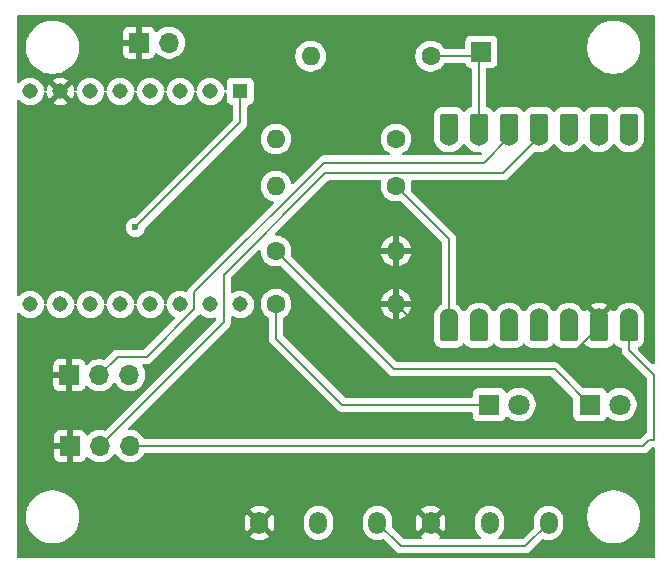
<source format=gbr>
%TF.GenerationSoftware,KiCad,Pcbnew,9.0.0*%
%TF.CreationDate,2025-03-31T22:17:34-07:00*%
%TF.ProjectId,DustBin_PCB,44757374-4269-46e5-9f50-43422e6b6963,rev?*%
%TF.SameCoordinates,Original*%
%TF.FileFunction,Copper,L1,Top*%
%TF.FilePolarity,Positive*%
%FSLAX46Y46*%
G04 Gerber Fmt 4.6, Leading zero omitted, Abs format (unit mm)*
G04 Created by KiCad (PCBNEW 9.0.0) date 2025-03-31 22:17:34*
%MOMM*%
%LPD*%
G01*
G04 APERTURE LIST*
G04 Aperture macros list*
%AMRoundRect*
0 Rectangle with rounded corners*
0 $1 Rounding radius*
0 $2 $3 $4 $5 $6 $7 $8 $9 X,Y pos of 4 corners*
0 Add a 4 corners polygon primitive as box body*
4,1,4,$2,$3,$4,$5,$6,$7,$8,$9,$2,$3,0*
0 Add four circle primitives for the rounded corners*
1,1,$1+$1,$2,$3*
1,1,$1+$1,$4,$5*
1,1,$1+$1,$6,$7*
1,1,$1+$1,$8,$9*
0 Add four rect primitives between the rounded corners*
20,1,$1+$1,$2,$3,$4,$5,0*
20,1,$1+$1,$4,$5,$6,$7,0*
20,1,$1+$1,$6,$7,$8,$9,0*
20,1,$1+$1,$8,$9,$2,$3,0*%
G04 Aperture macros list end*
%TA.AperFunction,ComponentPad*%
%ADD10O,1.500000X1.900000*%
%TD*%
%TA.AperFunction,ComponentPad*%
%ADD11C,1.800000*%
%TD*%
%TA.AperFunction,ComponentPad*%
%ADD12R,1.800000X1.800000*%
%TD*%
%TA.AperFunction,ComponentPad*%
%ADD13O,1.600000X1.600000*%
%TD*%
%TA.AperFunction,ComponentPad*%
%ADD14C,1.600000*%
%TD*%
%TA.AperFunction,ComponentPad*%
%ADD15C,1.308000*%
%TD*%
%TA.AperFunction,ComponentPad*%
%ADD16R,1.308000X1.308000*%
%TD*%
%TA.AperFunction,ComponentPad*%
%ADD17R,1.700000X1.700000*%
%TD*%
%TA.AperFunction,ComponentPad*%
%ADD18O,1.700000X1.700000*%
%TD*%
%TA.AperFunction,SMDPad,CuDef*%
%ADD19RoundRect,0.152400X0.609600X-1.063600X0.609600X1.063600X-0.609600X1.063600X-0.609600X-1.063600X0*%
%TD*%
%TA.AperFunction,ComponentPad*%
%ADD20C,1.524000*%
%TD*%
%TA.AperFunction,SMDPad,CuDef*%
%ADD21RoundRect,0.152400X-0.609600X1.063600X-0.609600X-1.063600X0.609600X-1.063600X0.609600X1.063600X0*%
%TD*%
%TA.AperFunction,ViaPad*%
%ADD22C,0.600000*%
%TD*%
%TA.AperFunction,Conductor*%
%ADD23C,0.200000*%
%TD*%
G04 APERTURE END LIST*
D10*
%TO.P,POT_SENSITIVITY1,1,1*%
%TO.N,GND*%
X38000000Y-63500000D03*
%TO.P,POT_SENSITIVITY1,2,2*%
%TO.N,Net-(U1-PA7_A8_D8_SCK)*%
X43000000Y-63500000D03*
%TO.P,POT_SENSITIVITY1,3,3*%
%TO.N,+3.3V*%
X48000000Y-63500000D03*
%TD*%
D11*
%TO.P,GREEN_EMF1,2,A*%
%TO.N,Net-(GREEN_EMF1-A)*%
X60000000Y-53500000D03*
D12*
%TO.P,GREEN_EMF1,1,K*%
%TO.N,Net-(GREEN_EMF1-K)*%
X57460000Y-53500000D03*
%TD*%
D13*
%TO.P,R4,2*%
%TO.N,Net-(U2-RX)*%
X39420000Y-31000000D03*
D14*
%TO.P,R4,1*%
%TO.N,Net-(U1-PB08_A6_D6_TX)*%
X49580000Y-31000000D03*
%TD*%
D10*
%TO.P,POT_RUN_T1,1,1*%
%TO.N,GND*%
X52500000Y-63500000D03*
%TO.P,POT_RUN_T1,2,2*%
%TO.N,Net-(U1-PA5_A9_D9_MISO)*%
X57500000Y-63500000D03*
%TO.P,POT_RUN_T1,3,3*%
%TO.N,+3.3V*%
X62500000Y-63500000D03*
%TD*%
D14*
%TO.P,R1,1*%
%TO.N,Net-(RED_Power1-K)*%
X39420000Y-40500000D03*
D13*
%TO.P,R1,2*%
%TO.N,GND*%
X49580000Y-40500000D03*
%TD*%
D12*
%TO.P,RED_Power1,1,K*%
%TO.N,Net-(RED_Power1-K)*%
X66000000Y-53500000D03*
D11*
%TO.P,RED_Power1,2,A*%
%TO.N,Net-(RED_Power1-A)*%
X68540000Y-53500000D03*
%TD*%
D15*
%TO.P,U2,4,DAC_R*%
%TO.N,unconnected-(U2-DAC_R-Pad4)*%
X28770000Y-26983000D03*
%TO.P,U2,5,DAC_L*%
%TO.N,unconnected-(U2-DAC_L-Pad5)*%
X26230000Y-26983000D03*
%TO.P,U2,13,ADKEY2*%
%TO.N,unconnected-(U2-ADKEY2-Pad13)*%
X28770000Y-45017000D03*
%TO.P,U2,12,ADKEY1*%
%TO.N,unconnected-(U2-ADKEY1-Pad12)*%
X26230000Y-45017000D03*
%TO.P,U2,6,SPK1*%
%TO.N,Net-(U2-SPK1)*%
X23690000Y-26983000D03*
%TO.P,U2,3,TX*%
%TO.N,Net-(U2-TX)*%
X31310000Y-26983000D03*
%TO.P,U2,14,USB+*%
%TO.N,unconnected-(U2-USB+-Pad14)*%
X31310000Y-45017000D03*
%TO.P,U2,11,IO2*%
%TO.N,unconnected-(U2-IO2-Pad11)*%
X23690000Y-45017000D03*
%TO.P,U2,2,RX*%
%TO.N,Net-(U2-RX)*%
X33850000Y-26983000D03*
%TO.P,U2,15,USB-*%
%TO.N,unconnected-(U2-USB--Pad15)*%
X33850000Y-45017000D03*
%TO.P,U2,7,GND*%
%TO.N,GND*%
X21150000Y-26983000D03*
%TO.P,U2,10,GND__1*%
%TO.N,unconnected-(U2-GND__1-Pad10)*%
X21150000Y-45017000D03*
D16*
%TO.P,U2,1,VCC*%
%TO.N,+5V*%
X36390000Y-26983000D03*
D15*
%TO.P,U2,16,BUSY*%
%TO.N,unconnected-(U2-BUSY-Pad16)*%
X36390000Y-45017000D03*
%TO.P,U2,8,SPK2*%
%TO.N,unconnected-(U2-SPK2-Pad8)*%
X18610000Y-26983000D03*
%TO.P,U2,9,IO1*%
%TO.N,unconnected-(U2-IO1-Pad9)*%
X18610000Y-45017000D03*
%TD*%
D17*
%TO.P,SPK1,1,1*%
%TO.N,GND*%
X27810000Y-22850000D03*
D18*
%TO.P,SPK1,2,2*%
%TO.N,Net-(U2-SPK1)*%
X30350000Y-22850000D03*
%TD*%
D17*
%TO.P,RELAY2,1,Pin_1*%
%TO.N,GND*%
X21920000Y-51000000D03*
D18*
%TO.P,RELAY2,2,Pin_2*%
%TO.N,Net-(RELAY2-Pin_2)*%
X24460000Y-51000000D03*
%TO.P,RELAY2,3,Pin_3*%
%TO.N,+5V*%
X27000000Y-51000000D03*
%TD*%
D17*
%TO.P,RELAY1,1,Pin_1*%
%TO.N,GND*%
X21960000Y-57000000D03*
D18*
%TO.P,RELAY1,2,Pin_2*%
%TO.N,Net-(RELAY1-Pin_2)*%
X24500000Y-57000000D03*
%TO.P,RELAY1,3,Pin_3*%
%TO.N,+5V*%
X27040000Y-57000000D03*
%TD*%
D14*
%TO.P,R5,1*%
%TO.N,Net-(Antenna1-Pin_1)*%
X52500000Y-24000000D03*
D13*
%TO.P,R5,2*%
%TO.N,+3.3V*%
X42340000Y-24000000D03*
%TD*%
D14*
%TO.P,R3,1*%
%TO.N,Net-(U1-PB09_A7_D7_RX)*%
X49580000Y-35000000D03*
D13*
%TO.P,R3,2*%
%TO.N,Net-(U2-TX)*%
X39420000Y-35000000D03*
%TD*%
D14*
%TO.P,R2,1*%
%TO.N,Net-(GREEN_EMF1-K)*%
X39420000Y-45000000D03*
D13*
%TO.P,R2,2*%
%TO.N,GND*%
X49580000Y-45000000D03*
%TD*%
D17*
%TO.P,Antenna1,1,Pin_1*%
%TO.N,Net-(Antenna1-Pin_1)*%
X56801500Y-23620000D03*
%TD*%
D19*
%TO.P,U1,1,PA02_A0_D0*%
%TO.N,unconnected-(U1-PA02_A0_D0-Pad1)*%
X69301500Y-30045000D03*
D20*
X69301500Y-30880000D03*
D19*
%TO.P,U1,2,PA4_A1_D1*%
%TO.N,Net-(RED_Power1-A)*%
X66761500Y-30045000D03*
D20*
X66761500Y-30880000D03*
D19*
%TO.P,U1,3,PA10_A2_D2*%
%TO.N,Net-(GREEN_EMF1-A)*%
X64221500Y-30045000D03*
D20*
X64221500Y-30880000D03*
D19*
%TO.P,U1,4,PA11_A3_D3*%
%TO.N,Net-(RELAY1-Pin_2)*%
X61681500Y-30045000D03*
D20*
X61681500Y-30880000D03*
D19*
%TO.P,U1,5,PA8_A4_D4_SDA*%
%TO.N,Net-(RELAY2-Pin_2)*%
X59141500Y-30045000D03*
D20*
X59141500Y-30880000D03*
D19*
%TO.P,U1,6,PA9_A5_D5_SCL*%
%TO.N,Net-(Antenna1-Pin_1)*%
X56601500Y-30045000D03*
D20*
X56601500Y-30880000D03*
D19*
%TO.P,U1,7,PB08_A6_D6_TX*%
%TO.N,Net-(U1-PB08_A6_D6_TX)*%
X54061500Y-30045000D03*
D20*
X54061500Y-30880000D03*
%TO.P,U1,8,PB09_A7_D7_RX*%
%TO.N,Net-(U1-PB09_A7_D7_RX)*%
X54061500Y-46120000D03*
D21*
X54061500Y-46955000D03*
D20*
%TO.P,U1,9,PA7_A8_D8_SCK*%
%TO.N,Net-(U1-PA7_A8_D8_SCK)*%
X56601500Y-46120000D03*
D21*
X56601500Y-46955000D03*
D20*
%TO.P,U1,10,PA5_A9_D9_MISO*%
%TO.N,Net-(U1-PA5_A9_D9_MISO)*%
X59141500Y-46120000D03*
D21*
X59141500Y-46955000D03*
D20*
%TO.P,U1,11,PA6_A10_D10_MOSI*%
%TO.N,unconnected-(U1-PA6_A10_D10_MOSI-Pad11)*%
X61681500Y-46120000D03*
D21*
X61681500Y-46955000D03*
D20*
%TO.P,U1,12,3V3*%
%TO.N,+3.3V*%
X64221500Y-46120000D03*
D21*
X64221500Y-46955000D03*
D20*
%TO.P,U1,13,GND*%
%TO.N,GND*%
X66761500Y-46120000D03*
D21*
X66761500Y-46955000D03*
D20*
%TO.P,U1,14,5V*%
%TO.N,+5V*%
X69301500Y-46120000D03*
D21*
X69301500Y-46955000D03*
%TD*%
D22*
%TO.N,+5V*%
X27500000Y-38500000D03*
%TD*%
D23*
%TO.N,Net-(RELAY1-Pin_2)*%
X61681500Y-30880000D02*
X58662500Y-33899000D01*
X58662500Y-33899000D02*
X43601000Y-33899000D01*
X43601000Y-33899000D02*
X35000000Y-42500000D01*
X35000000Y-42500000D02*
X35000000Y-46500000D01*
X35000000Y-46500000D02*
X24500000Y-57000000D01*
%TO.N,Net-(RELAY2-Pin_2)*%
X59141500Y-30880000D02*
X57021500Y-33000000D01*
X28459696Y-49459697D02*
X26000303Y-49459697D01*
X57021500Y-33000000D02*
X43500000Y-33000000D01*
X43500000Y-33000000D02*
X32500000Y-44000000D01*
X32500000Y-44000000D02*
X32500000Y-45419393D01*
X32500000Y-45419393D02*
X28459696Y-49459697D01*
X26000303Y-49459697D02*
X24460000Y-51000000D01*
%TO.N,GND*%
X49580000Y-45000000D02*
X52500000Y-47920000D01*
X52500000Y-48960000D02*
X52540000Y-49000000D01*
X64716500Y-49000000D02*
X66761500Y-46955000D01*
X52500000Y-47920000D02*
X52500000Y-48960000D01*
X52540000Y-49000000D02*
X64716500Y-49000000D01*
%TO.N,+3.3V*%
X62500000Y-63500000D02*
X60500000Y-65500000D01*
X50000000Y-65500000D02*
X48000000Y-63500000D01*
X60500000Y-65500000D02*
X50000000Y-65500000D01*
%TO.N,Net-(Antenna1-Pin_1)*%
X52500000Y-24000000D02*
X56421500Y-24000000D01*
X56421500Y-24000000D02*
X56801500Y-23620000D01*
%TO.N,+5V*%
X36390000Y-29610000D02*
X27500000Y-38500000D01*
X36390000Y-26983000D02*
X36390000Y-29610000D01*
X71399000Y-51000000D02*
X71399000Y-56500000D01*
X69301500Y-46120000D02*
X69301500Y-48902500D01*
X71399000Y-56500000D02*
X71000000Y-56500000D01*
X69301500Y-48902500D02*
X71399000Y-51000000D01*
X71000000Y-56500000D02*
X70500000Y-57000000D01*
X70500000Y-57000000D02*
X27040000Y-57000000D01*
%TO.N,Net-(RED_Power1-K)*%
X39420000Y-40500000D02*
X49420000Y-50500000D01*
X63000000Y-50500000D02*
X66000000Y-53500000D01*
X49420000Y-50500000D02*
X63000000Y-50500000D01*
%TO.N,GND*%
X49580000Y-45000000D02*
X49580000Y-40500000D01*
%TO.N,Net-(GREEN_EMF1-K)*%
X39420000Y-47920000D02*
X45000000Y-53500000D01*
X39420000Y-45000000D02*
X39420000Y-47920000D01*
X45000000Y-53500000D02*
X57460000Y-53500000D01*
%TO.N,Net-(U1-PB09_A7_D7_RX)*%
X54061500Y-46955000D02*
X54061500Y-39481500D01*
X54061500Y-39481500D02*
X49580000Y-35000000D01*
%TO.N,Net-(U1-PA7_A8_D8_SCK)*%
X56601500Y-46955000D02*
X56601500Y-46120000D01*
%TO.N,Net-(U1-PB09_A7_D7_RX)*%
X53516500Y-47500000D02*
X54061500Y-46955000D01*
%TO.N,Net-(U2-SPK1)*%
X30500000Y-23000000D02*
X30350000Y-22850000D01*
%TO.N,Net-(Antenna1-Pin_1)*%
X56601500Y-30880000D02*
X56601500Y-23820000D01*
X56601500Y-23820000D02*
X56801500Y-23620000D01*
%TD*%
%TA.AperFunction,Conductor*%
%TO.N,GND*%
G36*
X30076630Y-45052817D02*
G01*
X30134863Y-45091427D01*
X30162473Y-45151885D01*
X30183928Y-45287347D01*
X30183928Y-45287350D01*
X30240081Y-45460171D01*
X30240083Y-45460174D01*
X30322583Y-45622090D01*
X30429397Y-45769106D01*
X30557894Y-45897603D01*
X30704910Y-46004417D01*
X30791876Y-46048728D01*
X30842672Y-46096702D01*
X30859467Y-46164523D01*
X30836930Y-46230658D01*
X30823262Y-46246894D01*
X28247280Y-48822878D01*
X28185957Y-48856363D01*
X28159599Y-48859197D01*
X25921243Y-48859197D01*
X25880322Y-48870161D01*
X25880322Y-48870162D01*
X25843054Y-48880148D01*
X25768517Y-48900120D01*
X25768512Y-48900123D01*
X25631593Y-48979172D01*
X25631585Y-48979178D01*
X25519781Y-49090983D01*
X24944522Y-49666241D01*
X24883199Y-49699726D01*
X24818523Y-49696491D01*
X24776245Y-49682754D01*
X24636272Y-49660584D01*
X24566287Y-49649500D01*
X24353713Y-49649500D01*
X24305042Y-49657208D01*
X24143760Y-49682753D01*
X23941585Y-49748444D01*
X23752179Y-49844951D01*
X23580215Y-49969889D01*
X23466285Y-50083819D01*
X23404962Y-50117303D01*
X23335270Y-50112319D01*
X23279337Y-50070447D01*
X23262422Y-50039470D01*
X23213354Y-49907913D01*
X23213350Y-49907906D01*
X23127190Y-49792812D01*
X23127187Y-49792809D01*
X23012093Y-49706649D01*
X23012086Y-49706645D01*
X22877379Y-49656403D01*
X22877372Y-49656401D01*
X22817844Y-49650000D01*
X22170000Y-49650000D01*
X22170000Y-50566988D01*
X22112993Y-50534075D01*
X21985826Y-50500000D01*
X21854174Y-50500000D01*
X21727007Y-50534075D01*
X21670000Y-50566988D01*
X21670000Y-49650000D01*
X21022155Y-49650000D01*
X20962627Y-49656401D01*
X20962620Y-49656403D01*
X20827913Y-49706645D01*
X20827906Y-49706649D01*
X20712812Y-49792809D01*
X20712809Y-49792812D01*
X20626649Y-49907906D01*
X20626645Y-49907913D01*
X20576403Y-50042620D01*
X20576401Y-50042627D01*
X20570000Y-50102155D01*
X20570000Y-50750000D01*
X21486988Y-50750000D01*
X21454075Y-50807007D01*
X21420000Y-50934174D01*
X21420000Y-51065826D01*
X21454075Y-51192993D01*
X21486988Y-51250000D01*
X20570000Y-51250000D01*
X20570000Y-51897844D01*
X20576401Y-51957372D01*
X20576403Y-51957379D01*
X20626645Y-52092086D01*
X20626649Y-52092093D01*
X20712809Y-52207187D01*
X20712812Y-52207190D01*
X20827906Y-52293350D01*
X20827913Y-52293354D01*
X20962620Y-52343596D01*
X20962627Y-52343598D01*
X21022155Y-52349999D01*
X21022172Y-52350000D01*
X21670000Y-52350000D01*
X21670000Y-51433012D01*
X21727007Y-51465925D01*
X21854174Y-51500000D01*
X21985826Y-51500000D01*
X22112993Y-51465925D01*
X22170000Y-51433012D01*
X22170000Y-52350000D01*
X22817828Y-52350000D01*
X22817844Y-52349999D01*
X22877372Y-52343598D01*
X22877379Y-52343596D01*
X23012086Y-52293354D01*
X23012093Y-52293350D01*
X23127187Y-52207190D01*
X23127190Y-52207187D01*
X23213350Y-52092093D01*
X23213354Y-52092086D01*
X23262422Y-51960529D01*
X23304293Y-51904595D01*
X23369757Y-51880178D01*
X23438030Y-51895030D01*
X23466285Y-51916181D01*
X23580213Y-52030109D01*
X23752179Y-52155048D01*
X23752181Y-52155049D01*
X23752184Y-52155051D01*
X23941588Y-52251557D01*
X24143757Y-52317246D01*
X24353713Y-52350500D01*
X24353714Y-52350500D01*
X24566286Y-52350500D01*
X24566287Y-52350500D01*
X24776243Y-52317246D01*
X24978412Y-52251557D01*
X25167816Y-52155051D01*
X25254471Y-52092093D01*
X25339786Y-52030109D01*
X25339788Y-52030106D01*
X25339792Y-52030104D01*
X25490104Y-51879792D01*
X25490106Y-51879788D01*
X25490109Y-51879786D01*
X25615048Y-51707820D01*
X25615047Y-51707820D01*
X25615051Y-51707816D01*
X25619514Y-51699054D01*
X25667488Y-51648259D01*
X25735308Y-51631463D01*
X25801444Y-51653999D01*
X25840486Y-51699056D01*
X25844951Y-51707820D01*
X25969890Y-51879786D01*
X26120213Y-52030109D01*
X26292179Y-52155048D01*
X26292181Y-52155049D01*
X26292184Y-52155051D01*
X26481588Y-52251557D01*
X26683757Y-52317246D01*
X26893713Y-52350500D01*
X26893714Y-52350500D01*
X27106286Y-52350500D01*
X27106287Y-52350500D01*
X27316243Y-52317246D01*
X27518412Y-52251557D01*
X27707816Y-52155051D01*
X27794471Y-52092093D01*
X27879786Y-52030109D01*
X27879788Y-52030106D01*
X27879792Y-52030104D01*
X28030104Y-51879792D01*
X28030106Y-51879788D01*
X28030109Y-51879786D01*
X28155048Y-51707820D01*
X28155047Y-51707820D01*
X28155051Y-51707816D01*
X28251557Y-51518412D01*
X28317246Y-51316243D01*
X28350500Y-51106287D01*
X28350500Y-50893713D01*
X28317246Y-50683757D01*
X28251557Y-50481588D01*
X28155051Y-50292184D01*
X28129547Y-50257081D01*
X28125316Y-50245221D01*
X28117073Y-50235708D01*
X28113799Y-50212942D01*
X28106069Y-50191275D01*
X28108920Y-50179011D01*
X28107129Y-50166550D01*
X28116684Y-50145625D01*
X28121895Y-50123221D01*
X28130923Y-50114446D01*
X28136154Y-50102994D01*
X28155505Y-50090557D01*
X28172001Y-50074527D01*
X28185746Y-50071123D01*
X28194932Y-50065220D01*
X28229867Y-50060197D01*
X28373027Y-50060197D01*
X28373043Y-50060198D01*
X28380639Y-50060198D01*
X28538750Y-50060198D01*
X28538753Y-50060198D01*
X28691481Y-50019274D01*
X28741600Y-49990336D01*
X28828412Y-49940217D01*
X28940216Y-49828413D01*
X28940216Y-49828411D01*
X28950424Y-49818204D01*
X28950425Y-49818201D01*
X32896779Y-45871850D01*
X32958102Y-45838365D01*
X33027794Y-45843349D01*
X33072141Y-45871850D01*
X33097894Y-45897603D01*
X33244910Y-46004417D01*
X33406826Y-46086917D01*
X33406828Y-46086918D01*
X33508645Y-46120000D01*
X33579654Y-46143072D01*
X33759139Y-46171500D01*
X33759140Y-46171500D01*
X33940860Y-46171500D01*
X33940861Y-46171500D01*
X34120346Y-46143072D01*
X34120349Y-46143071D01*
X34120350Y-46143071D01*
X34202906Y-46116247D01*
X34272747Y-46114252D01*
X34332580Y-46150332D01*
X34363408Y-46213033D01*
X34355443Y-46282447D01*
X34328905Y-46321859D01*
X24984522Y-55666241D01*
X24923199Y-55699726D01*
X24858523Y-55696491D01*
X24816245Y-55682754D01*
X24676272Y-55660584D01*
X24606287Y-55649500D01*
X24393713Y-55649500D01*
X24345042Y-55657208D01*
X24183760Y-55682753D01*
X23981585Y-55748444D01*
X23792179Y-55844951D01*
X23620215Y-55969889D01*
X23506285Y-56083819D01*
X23444962Y-56117303D01*
X23375270Y-56112319D01*
X23319337Y-56070447D01*
X23302422Y-56039470D01*
X23253354Y-55907913D01*
X23253350Y-55907906D01*
X23167190Y-55792812D01*
X23167187Y-55792809D01*
X23052093Y-55706649D01*
X23052086Y-55706645D01*
X22917379Y-55656403D01*
X22917372Y-55656401D01*
X22857844Y-55650000D01*
X22210000Y-55650000D01*
X22210000Y-56566988D01*
X22152993Y-56534075D01*
X22025826Y-56500000D01*
X21894174Y-56500000D01*
X21767007Y-56534075D01*
X21710000Y-56566988D01*
X21710000Y-55650000D01*
X21062155Y-55650000D01*
X21002627Y-55656401D01*
X21002620Y-55656403D01*
X20867913Y-55706645D01*
X20867906Y-55706649D01*
X20752812Y-55792809D01*
X20752809Y-55792812D01*
X20666649Y-55907906D01*
X20666645Y-55907913D01*
X20616403Y-56042620D01*
X20616401Y-56042627D01*
X20610000Y-56102155D01*
X20610000Y-56750000D01*
X21526988Y-56750000D01*
X21494075Y-56807007D01*
X21460000Y-56934174D01*
X21460000Y-57065826D01*
X21494075Y-57192993D01*
X21526988Y-57250000D01*
X20610000Y-57250000D01*
X20610000Y-57897844D01*
X20616401Y-57957372D01*
X20616403Y-57957379D01*
X20666645Y-58092086D01*
X20666649Y-58092093D01*
X20752809Y-58207187D01*
X20752812Y-58207190D01*
X20867906Y-58293350D01*
X20867913Y-58293354D01*
X21002620Y-58343596D01*
X21002627Y-58343598D01*
X21062155Y-58349999D01*
X21062172Y-58350000D01*
X21710000Y-58350000D01*
X21710000Y-57433012D01*
X21767007Y-57465925D01*
X21894174Y-57500000D01*
X22025826Y-57500000D01*
X22152993Y-57465925D01*
X22210000Y-57433012D01*
X22210000Y-58350000D01*
X22857828Y-58350000D01*
X22857844Y-58349999D01*
X22917372Y-58343598D01*
X22917379Y-58343596D01*
X23052086Y-58293354D01*
X23052093Y-58293350D01*
X23167187Y-58207190D01*
X23167190Y-58207187D01*
X23253350Y-58092093D01*
X23253354Y-58092086D01*
X23302422Y-57960529D01*
X23344293Y-57904595D01*
X23409757Y-57880178D01*
X23478030Y-57895030D01*
X23506285Y-57916181D01*
X23620213Y-58030109D01*
X23792179Y-58155048D01*
X23792181Y-58155049D01*
X23792184Y-58155051D01*
X23981588Y-58251557D01*
X24183757Y-58317246D01*
X24393713Y-58350500D01*
X24393714Y-58350500D01*
X24606286Y-58350500D01*
X24606287Y-58350500D01*
X24816243Y-58317246D01*
X25018412Y-58251557D01*
X25207816Y-58155051D01*
X25294471Y-58092093D01*
X25379786Y-58030109D01*
X25379788Y-58030106D01*
X25379792Y-58030104D01*
X25530104Y-57879792D01*
X25530106Y-57879788D01*
X25530109Y-57879786D01*
X25655048Y-57707820D01*
X25655047Y-57707820D01*
X25655051Y-57707816D01*
X25659514Y-57699054D01*
X25707488Y-57648259D01*
X25775308Y-57631463D01*
X25841444Y-57653999D01*
X25880486Y-57699056D01*
X25884951Y-57707820D01*
X26009890Y-57879786D01*
X26160213Y-58030109D01*
X26332179Y-58155048D01*
X26332181Y-58155049D01*
X26332184Y-58155051D01*
X26521588Y-58251557D01*
X26723757Y-58317246D01*
X26933713Y-58350500D01*
X26933714Y-58350500D01*
X27146286Y-58350500D01*
X27146287Y-58350500D01*
X27356243Y-58317246D01*
X27558412Y-58251557D01*
X27747816Y-58155051D01*
X27834471Y-58092093D01*
X27919786Y-58030109D01*
X27919788Y-58030106D01*
X27919792Y-58030104D01*
X28070104Y-57879792D01*
X28070106Y-57879788D01*
X28070109Y-57879786D01*
X28128661Y-57799193D01*
X28195051Y-57707816D01*
X28195349Y-57707230D01*
X28215235Y-57668205D01*
X28263209Y-57617409D01*
X28325719Y-57600500D01*
X70413331Y-57600500D01*
X70413347Y-57600501D01*
X70420943Y-57600501D01*
X70579054Y-57600501D01*
X70579057Y-57600501D01*
X70731785Y-57559577D01*
X70781904Y-57530639D01*
X70868716Y-57480520D01*
X70980520Y-57368716D01*
X70980521Y-57368714D01*
X71212418Y-57136816D01*
X71239350Y-57122111D01*
X71265163Y-57105523D01*
X71271363Y-57104631D01*
X71273740Y-57103334D01*
X71300098Y-57100500D01*
X71375500Y-57100500D01*
X71442539Y-57120185D01*
X71488294Y-57172989D01*
X71499500Y-57224500D01*
X71499500Y-66375500D01*
X71479815Y-66442539D01*
X71427011Y-66488294D01*
X71375500Y-66499500D01*
X17624500Y-66499500D01*
X17557461Y-66479815D01*
X17511706Y-66427011D01*
X17500500Y-66375500D01*
X17500500Y-62852486D01*
X18249500Y-62852486D01*
X18249500Y-63147513D01*
X18265417Y-63268409D01*
X18288007Y-63439993D01*
X18345045Y-63652862D01*
X18364361Y-63724951D01*
X18364364Y-63724961D01*
X18477254Y-63997500D01*
X18477258Y-63997510D01*
X18624761Y-64252993D01*
X18804352Y-64487040D01*
X18804358Y-64487047D01*
X19012952Y-64695641D01*
X19012959Y-64695647D01*
X19247006Y-64875238D01*
X19502489Y-65022741D01*
X19502490Y-65022741D01*
X19502493Y-65022743D01*
X19775048Y-65135639D01*
X20060007Y-65211993D01*
X20352494Y-65250500D01*
X20352501Y-65250500D01*
X20647499Y-65250500D01*
X20647506Y-65250500D01*
X20939993Y-65211993D01*
X21224952Y-65135639D01*
X21497507Y-65022743D01*
X21752994Y-64875238D01*
X21987042Y-64695646D01*
X22028863Y-64653825D01*
X22158114Y-64524575D01*
X22195641Y-64487047D01*
X22195646Y-64487042D01*
X22375238Y-64252994D01*
X22522743Y-63997507D01*
X22635639Y-63724952D01*
X22711993Y-63439993D01*
X22743377Y-63201617D01*
X36750000Y-63201617D01*
X36750000Y-63798382D01*
X36780778Y-63992705D01*
X36841581Y-64179835D01*
X36883783Y-64262662D01*
X37435387Y-63711059D01*
X37440889Y-63731591D01*
X37519881Y-63868408D01*
X37631592Y-63980119D01*
X37768409Y-64059111D01*
X37788939Y-64064612D01*
X37194034Y-64659515D01*
X37344856Y-64769095D01*
X37520164Y-64858418D01*
X37707294Y-64919221D01*
X37901618Y-64950000D01*
X38098382Y-64950000D01*
X38292705Y-64919221D01*
X38479835Y-64858418D01*
X38655135Y-64769099D01*
X38655141Y-64769095D01*
X38805963Y-64659515D01*
X38805964Y-64659515D01*
X38211060Y-64064612D01*
X38231591Y-64059111D01*
X38368408Y-63980119D01*
X38480119Y-63868408D01*
X38559111Y-63731591D01*
X38564612Y-63711060D01*
X39116214Y-64262663D01*
X39158417Y-64179838D01*
X39158420Y-64179831D01*
X39219221Y-63992705D01*
X39250000Y-63798382D01*
X39250000Y-63201617D01*
X39249994Y-63201577D01*
X41749500Y-63201577D01*
X41749500Y-63798422D01*
X41780290Y-63992826D01*
X41841117Y-64180029D01*
X41930476Y-64355405D01*
X42046172Y-64514646D01*
X42185354Y-64653828D01*
X42344595Y-64769524D01*
X42404655Y-64800126D01*
X42519970Y-64858882D01*
X42519972Y-64858882D01*
X42519975Y-64858884D01*
X42584394Y-64879815D01*
X42707173Y-64919709D01*
X42901578Y-64950500D01*
X42901583Y-64950500D01*
X43098422Y-64950500D01*
X43292826Y-64919709D01*
X43337018Y-64905350D01*
X43480025Y-64858884D01*
X43655405Y-64769524D01*
X43814646Y-64653828D01*
X43953828Y-64514646D01*
X44069524Y-64355405D01*
X44158884Y-64180025D01*
X44219709Y-63992826D01*
X44229362Y-63931878D01*
X44250500Y-63798422D01*
X44250500Y-63201577D01*
X46749500Y-63201577D01*
X46749500Y-63798422D01*
X46780290Y-63992826D01*
X46841117Y-64180029D01*
X46930476Y-64355405D01*
X47046172Y-64514646D01*
X47185354Y-64653828D01*
X47344595Y-64769524D01*
X47404655Y-64800126D01*
X47519970Y-64858882D01*
X47519972Y-64858882D01*
X47519975Y-64858884D01*
X47584394Y-64879815D01*
X47707173Y-64919709D01*
X47901578Y-64950500D01*
X47901583Y-64950500D01*
X48098422Y-64950500D01*
X48292826Y-64919709D01*
X48294328Y-64919221D01*
X48430117Y-64875099D01*
X48499956Y-64873105D01*
X48556115Y-64905350D01*
X49515139Y-65864374D01*
X49515149Y-65864385D01*
X49519479Y-65868715D01*
X49519480Y-65868716D01*
X49631284Y-65980520D01*
X49718095Y-66030639D01*
X49718097Y-66030641D01*
X49756151Y-66052611D01*
X49768215Y-66059577D01*
X49920943Y-66100500D01*
X60413331Y-66100500D01*
X60413347Y-66100501D01*
X60420943Y-66100501D01*
X60579054Y-66100501D01*
X60579057Y-66100501D01*
X60731785Y-66059577D01*
X60781904Y-66030639D01*
X60868716Y-65980520D01*
X60980520Y-65868716D01*
X60980520Y-65868714D01*
X60990728Y-65858507D01*
X60990730Y-65858504D01*
X61943885Y-64905348D01*
X62005206Y-64871865D01*
X62069882Y-64875099D01*
X62084394Y-64879815D01*
X62207173Y-64919709D01*
X62401578Y-64950500D01*
X62401583Y-64950500D01*
X62598422Y-64950500D01*
X62792826Y-64919709D01*
X62837018Y-64905350D01*
X62980025Y-64858884D01*
X63155405Y-64769524D01*
X63314646Y-64653828D01*
X63453828Y-64514646D01*
X63569524Y-64355405D01*
X63658884Y-64180025D01*
X63719709Y-63992826D01*
X63729362Y-63931878D01*
X63750500Y-63798422D01*
X63750500Y-63201577D01*
X63719709Y-63007173D01*
X63680582Y-62886754D01*
X63669450Y-62852494D01*
X63669447Y-62852486D01*
X65749500Y-62852486D01*
X65749500Y-63147513D01*
X65765417Y-63268409D01*
X65788007Y-63439993D01*
X65845045Y-63652862D01*
X65864361Y-63724951D01*
X65864364Y-63724961D01*
X65977254Y-63997500D01*
X65977258Y-63997510D01*
X66124761Y-64252993D01*
X66304352Y-64487040D01*
X66304358Y-64487047D01*
X66512952Y-64695641D01*
X66512959Y-64695647D01*
X66747006Y-64875238D01*
X67002489Y-65022741D01*
X67002490Y-65022741D01*
X67002493Y-65022743D01*
X67275048Y-65135639D01*
X67560007Y-65211993D01*
X67852494Y-65250500D01*
X67852501Y-65250500D01*
X68147499Y-65250500D01*
X68147506Y-65250500D01*
X68439993Y-65211993D01*
X68724952Y-65135639D01*
X68997507Y-65022743D01*
X69252994Y-64875238D01*
X69487042Y-64695646D01*
X69695646Y-64487042D01*
X69875238Y-64252994D01*
X70022743Y-63997507D01*
X70135639Y-63724952D01*
X70211993Y-63439993D01*
X70250500Y-63147506D01*
X70250500Y-62852494D01*
X70211993Y-62560007D01*
X70135639Y-62275048D01*
X70022743Y-62002493D01*
X69875238Y-61747006D01*
X69695646Y-61512958D01*
X69695641Y-61512952D01*
X69487047Y-61304358D01*
X69487040Y-61304352D01*
X69252993Y-61124761D01*
X68997510Y-60977258D01*
X68997500Y-60977254D01*
X68724961Y-60864364D01*
X68724954Y-60864362D01*
X68724952Y-60864361D01*
X68439993Y-60788007D01*
X68391113Y-60781571D01*
X68147513Y-60749500D01*
X68147506Y-60749500D01*
X67852494Y-60749500D01*
X67852486Y-60749500D01*
X67574085Y-60786153D01*
X67560007Y-60788007D01*
X67275048Y-60864361D01*
X67275038Y-60864364D01*
X67002499Y-60977254D01*
X67002489Y-60977258D01*
X66747006Y-61124761D01*
X66512959Y-61304352D01*
X66512952Y-61304358D01*
X66304358Y-61512952D01*
X66304352Y-61512959D01*
X66124761Y-61747006D01*
X65977258Y-62002489D01*
X65977254Y-62002499D01*
X65864364Y-62275038D01*
X65864361Y-62275048D01*
X65825566Y-62419836D01*
X65788008Y-62560004D01*
X65788006Y-62560015D01*
X65749500Y-62852486D01*
X63669447Y-62852486D01*
X63658884Y-62819975D01*
X63658882Y-62819972D01*
X63658882Y-62819970D01*
X63569523Y-62644594D01*
X63453828Y-62485354D01*
X63314646Y-62346172D01*
X63155405Y-62230476D01*
X62980029Y-62141117D01*
X62792826Y-62080290D01*
X62598422Y-62049500D01*
X62598417Y-62049500D01*
X62401583Y-62049500D01*
X62401578Y-62049500D01*
X62207173Y-62080290D01*
X62019970Y-62141117D01*
X61844594Y-62230476D01*
X61783261Y-62275038D01*
X61685354Y-62346172D01*
X61685352Y-62346174D01*
X61685351Y-62346174D01*
X61546174Y-62485351D01*
X61546174Y-62485352D01*
X61546172Y-62485354D01*
X61496485Y-62553741D01*
X61430476Y-62644594D01*
X61341117Y-62819970D01*
X61280290Y-63007173D01*
X61249500Y-63201577D01*
X61249500Y-63798419D01*
X61253678Y-63824802D01*
X61244721Y-63894095D01*
X61218885Y-63931878D01*
X60287584Y-64863181D01*
X60226261Y-64896666D01*
X60199903Y-64899500D01*
X58358140Y-64899500D01*
X58291101Y-64879815D01*
X58245346Y-64827011D01*
X58235402Y-64757853D01*
X58264427Y-64694297D01*
X58285250Y-64675185D01*
X58314646Y-64653828D01*
X58453828Y-64514646D01*
X58569524Y-64355405D01*
X58658884Y-64180025D01*
X58719709Y-63992826D01*
X58729362Y-63931878D01*
X58750500Y-63798422D01*
X58750500Y-63201577D01*
X58719709Y-63007173D01*
X58669450Y-62852494D01*
X58658884Y-62819975D01*
X58658882Y-62819972D01*
X58658882Y-62819970D01*
X58569523Y-62644594D01*
X58453828Y-62485354D01*
X58314646Y-62346172D01*
X58155405Y-62230476D01*
X57980029Y-62141117D01*
X57792826Y-62080290D01*
X57598422Y-62049500D01*
X57598417Y-62049500D01*
X57401583Y-62049500D01*
X57401578Y-62049500D01*
X57207173Y-62080290D01*
X57019970Y-62141117D01*
X56844594Y-62230476D01*
X56783261Y-62275038D01*
X56685354Y-62346172D01*
X56685352Y-62346174D01*
X56685351Y-62346174D01*
X56546174Y-62485351D01*
X56546174Y-62485352D01*
X56546172Y-62485354D01*
X56496485Y-62553741D01*
X56430476Y-62644594D01*
X56341117Y-62819970D01*
X56280290Y-63007173D01*
X56249500Y-63201577D01*
X56249500Y-63798422D01*
X56280290Y-63992826D01*
X56341117Y-64180029D01*
X56430476Y-64355405D01*
X56546172Y-64514646D01*
X56685354Y-64653828D01*
X56714747Y-64675183D01*
X56757411Y-64730512D01*
X56763390Y-64800126D01*
X56730784Y-64861921D01*
X56669945Y-64896278D01*
X56641860Y-64899500D01*
X53357288Y-64899500D01*
X53290249Y-64879815D01*
X53244494Y-64827011D01*
X53234550Y-64757853D01*
X53263575Y-64694297D01*
X53284402Y-64675183D01*
X53305963Y-64659517D01*
X53305964Y-64659515D01*
X52711060Y-64064612D01*
X52731591Y-64059111D01*
X52868408Y-63980119D01*
X52980119Y-63868408D01*
X53059111Y-63731591D01*
X53064612Y-63711060D01*
X53616214Y-64262663D01*
X53658417Y-64179838D01*
X53658420Y-64179831D01*
X53719221Y-63992705D01*
X53750000Y-63798382D01*
X53750000Y-63201617D01*
X53719221Y-63007294D01*
X53658420Y-62820169D01*
X53616214Y-62737335D01*
X53064611Y-63288938D01*
X53059111Y-63268409D01*
X52980119Y-63131592D01*
X52868408Y-63019881D01*
X52731591Y-62940889D01*
X52711060Y-62935387D01*
X53305964Y-62340484D01*
X53305963Y-62340483D01*
X53155143Y-62230904D01*
X52979835Y-62141581D01*
X52792705Y-62080778D01*
X52598382Y-62050000D01*
X52401618Y-62050000D01*
X52207294Y-62080778D01*
X52020164Y-62141581D01*
X51844855Y-62230905D01*
X51844852Y-62230907D01*
X51694035Y-62340483D01*
X51694034Y-62340483D01*
X52288939Y-62935387D01*
X52268409Y-62940889D01*
X52131592Y-63019881D01*
X52019881Y-63131592D01*
X51940889Y-63268409D01*
X51935387Y-63288939D01*
X51383783Y-62737335D01*
X51383783Y-62737336D01*
X51341582Y-62820161D01*
X51280778Y-63007294D01*
X51250000Y-63201617D01*
X51250000Y-63798382D01*
X51280778Y-63992705D01*
X51341581Y-64179835D01*
X51383783Y-64262662D01*
X51935387Y-63711059D01*
X51940889Y-63731591D01*
X52019881Y-63868408D01*
X52131592Y-63980119D01*
X52268409Y-64059111D01*
X52288939Y-64064612D01*
X51694034Y-64659515D01*
X51694035Y-64659517D01*
X51715597Y-64675183D01*
X51758263Y-64730513D01*
X51764241Y-64800126D01*
X51731635Y-64861921D01*
X51670796Y-64896278D01*
X51642711Y-64899500D01*
X50300097Y-64899500D01*
X50233058Y-64879815D01*
X50212416Y-64863181D01*
X49281113Y-63931878D01*
X49247628Y-63870555D01*
X49246321Y-63824800D01*
X49250500Y-63798417D01*
X49250500Y-63201583D01*
X49250500Y-63201577D01*
X49219709Y-63007173D01*
X49169450Y-62852494D01*
X49158884Y-62819975D01*
X49158882Y-62819972D01*
X49158882Y-62819970D01*
X49069523Y-62644594D01*
X48953828Y-62485354D01*
X48814646Y-62346172D01*
X48655405Y-62230476D01*
X48480029Y-62141117D01*
X48292826Y-62080290D01*
X48098422Y-62049500D01*
X48098417Y-62049500D01*
X47901583Y-62049500D01*
X47901578Y-62049500D01*
X47707173Y-62080290D01*
X47519970Y-62141117D01*
X47344594Y-62230476D01*
X47283261Y-62275038D01*
X47185354Y-62346172D01*
X47185352Y-62346174D01*
X47185351Y-62346174D01*
X47046174Y-62485351D01*
X47046174Y-62485352D01*
X47046172Y-62485354D01*
X46996485Y-62553741D01*
X46930476Y-62644594D01*
X46841117Y-62819970D01*
X46780290Y-63007173D01*
X46749500Y-63201577D01*
X44250500Y-63201577D01*
X44219709Y-63007173D01*
X44169450Y-62852494D01*
X44158884Y-62819975D01*
X44158882Y-62819972D01*
X44158882Y-62819970D01*
X44069523Y-62644594D01*
X43953828Y-62485354D01*
X43814646Y-62346172D01*
X43655405Y-62230476D01*
X43480029Y-62141117D01*
X43292826Y-62080290D01*
X43098422Y-62049500D01*
X43098417Y-62049500D01*
X42901583Y-62049500D01*
X42901578Y-62049500D01*
X42707173Y-62080290D01*
X42519970Y-62141117D01*
X42344594Y-62230476D01*
X42283261Y-62275038D01*
X42185354Y-62346172D01*
X42185352Y-62346174D01*
X42185351Y-62346174D01*
X42046174Y-62485351D01*
X42046174Y-62485352D01*
X42046172Y-62485354D01*
X41996485Y-62553741D01*
X41930476Y-62644594D01*
X41841117Y-62819970D01*
X41780290Y-63007173D01*
X41749500Y-63201577D01*
X39249994Y-63201577D01*
X39219221Y-63007294D01*
X39158420Y-62820169D01*
X39116214Y-62737335D01*
X38564611Y-63288938D01*
X38559111Y-63268409D01*
X38480119Y-63131592D01*
X38368408Y-63019881D01*
X38231591Y-62940889D01*
X38211060Y-62935387D01*
X38805964Y-62340484D01*
X38805963Y-62340483D01*
X38655143Y-62230904D01*
X38479835Y-62141581D01*
X38292705Y-62080778D01*
X38098382Y-62050000D01*
X37901618Y-62050000D01*
X37707294Y-62080778D01*
X37520164Y-62141581D01*
X37344855Y-62230905D01*
X37344852Y-62230907D01*
X37194035Y-62340483D01*
X37194034Y-62340483D01*
X37788939Y-62935387D01*
X37768409Y-62940889D01*
X37631592Y-63019881D01*
X37519881Y-63131592D01*
X37440889Y-63268409D01*
X37435387Y-63288939D01*
X36883783Y-62737335D01*
X36883783Y-62737336D01*
X36841582Y-62820161D01*
X36780778Y-63007294D01*
X36750000Y-63201617D01*
X22743377Y-63201617D01*
X22743381Y-63201583D01*
X22746148Y-63180565D01*
X22746148Y-63180564D01*
X22747164Y-63172839D01*
X22750500Y-63147506D01*
X22750500Y-62852494D01*
X22711993Y-62560007D01*
X22635639Y-62275048D01*
X22522743Y-62002493D01*
X22375238Y-61747006D01*
X22195646Y-61512958D01*
X22195641Y-61512952D01*
X21987047Y-61304358D01*
X21987040Y-61304352D01*
X21752993Y-61124761D01*
X21497510Y-60977258D01*
X21497500Y-60977254D01*
X21224961Y-60864364D01*
X21224954Y-60864362D01*
X21224952Y-60864361D01*
X20939993Y-60788007D01*
X20891113Y-60781571D01*
X20647513Y-60749500D01*
X20647506Y-60749500D01*
X20352494Y-60749500D01*
X20352486Y-60749500D01*
X20074085Y-60786153D01*
X20060007Y-60788007D01*
X19775048Y-60864361D01*
X19775038Y-60864364D01*
X19502499Y-60977254D01*
X19502489Y-60977258D01*
X19247006Y-61124761D01*
X19012959Y-61304352D01*
X19012952Y-61304358D01*
X18804358Y-61512952D01*
X18804352Y-61512959D01*
X18624761Y-61747006D01*
X18477258Y-62002489D01*
X18477254Y-62002499D01*
X18364364Y-62275038D01*
X18364361Y-62275048D01*
X18325566Y-62419836D01*
X18288008Y-62560004D01*
X18288006Y-62560015D01*
X18249500Y-62852486D01*
X17500500Y-62852486D01*
X17500500Y-45835688D01*
X17520185Y-45768649D01*
X17572989Y-45722894D01*
X17642147Y-45712950D01*
X17705703Y-45741975D01*
X17724815Y-45762799D01*
X17729397Y-45769106D01*
X17857894Y-45897603D01*
X18004910Y-46004417D01*
X18166826Y-46086917D01*
X18166828Y-46086918D01*
X18268645Y-46120000D01*
X18339654Y-46143072D01*
X18519139Y-46171500D01*
X18519140Y-46171500D01*
X18700860Y-46171500D01*
X18700861Y-46171500D01*
X18880346Y-46143072D01*
X18880349Y-46143071D01*
X18880350Y-46143071D01*
X19053171Y-46086918D01*
X19053171Y-46086917D01*
X19053174Y-46086917D01*
X19215090Y-46004417D01*
X19362106Y-45897603D01*
X19490603Y-45769106D01*
X19597417Y-45622090D01*
X19679917Y-45460174D01*
X19702114Y-45391858D01*
X19736071Y-45287350D01*
X19736071Y-45287349D01*
X19736072Y-45287346D01*
X19757527Y-45151884D01*
X19787456Y-45088750D01*
X19846768Y-45051819D01*
X19916630Y-45052817D01*
X19974863Y-45091427D01*
X20002473Y-45151885D01*
X20023928Y-45287347D01*
X20023928Y-45287350D01*
X20080081Y-45460171D01*
X20080083Y-45460174D01*
X20162583Y-45622090D01*
X20269397Y-45769106D01*
X20397894Y-45897603D01*
X20544910Y-46004417D01*
X20706826Y-46086917D01*
X20706828Y-46086918D01*
X20808645Y-46120000D01*
X20879654Y-46143072D01*
X21059139Y-46171500D01*
X21059140Y-46171500D01*
X21240860Y-46171500D01*
X21240861Y-46171500D01*
X21420346Y-46143072D01*
X21420349Y-46143071D01*
X21420350Y-46143071D01*
X21593171Y-46086918D01*
X21593171Y-46086917D01*
X21593174Y-46086917D01*
X21755090Y-46004417D01*
X21902106Y-45897603D01*
X22030603Y-45769106D01*
X22137417Y-45622090D01*
X22219917Y-45460174D01*
X22242114Y-45391858D01*
X22276071Y-45287350D01*
X22276071Y-45287349D01*
X22276072Y-45287346D01*
X22297527Y-45151884D01*
X22327456Y-45088750D01*
X22386768Y-45051819D01*
X22456630Y-45052817D01*
X22514863Y-45091427D01*
X22542473Y-45151885D01*
X22563928Y-45287347D01*
X22563928Y-45287350D01*
X22620081Y-45460171D01*
X22620083Y-45460174D01*
X22702583Y-45622090D01*
X22809397Y-45769106D01*
X22937894Y-45897603D01*
X23084910Y-46004417D01*
X23246826Y-46086917D01*
X23246828Y-46086918D01*
X23348645Y-46120000D01*
X23419654Y-46143072D01*
X23599139Y-46171500D01*
X23599140Y-46171500D01*
X23780860Y-46171500D01*
X23780861Y-46171500D01*
X23960346Y-46143072D01*
X23960349Y-46143071D01*
X23960350Y-46143071D01*
X24133171Y-46086918D01*
X24133171Y-46086917D01*
X24133174Y-46086917D01*
X24295090Y-46004417D01*
X24442106Y-45897603D01*
X24570603Y-45769106D01*
X24677417Y-45622090D01*
X24759917Y-45460174D01*
X24782114Y-45391858D01*
X24816071Y-45287350D01*
X24816071Y-45287349D01*
X24816072Y-45287346D01*
X24837527Y-45151884D01*
X24867456Y-45088750D01*
X24926768Y-45051819D01*
X24996630Y-45052817D01*
X25054863Y-45091427D01*
X25082473Y-45151885D01*
X25103928Y-45287347D01*
X25103928Y-45287350D01*
X25160081Y-45460171D01*
X25160083Y-45460174D01*
X25242583Y-45622090D01*
X25349397Y-45769106D01*
X25477894Y-45897603D01*
X25624910Y-46004417D01*
X25786826Y-46086917D01*
X25786828Y-46086918D01*
X25888645Y-46120000D01*
X25959654Y-46143072D01*
X26139139Y-46171500D01*
X26139140Y-46171500D01*
X26320860Y-46171500D01*
X26320861Y-46171500D01*
X26500346Y-46143072D01*
X26500349Y-46143071D01*
X26500350Y-46143071D01*
X26673171Y-46086918D01*
X26673171Y-46086917D01*
X26673174Y-46086917D01*
X26835090Y-46004417D01*
X26982106Y-45897603D01*
X27110603Y-45769106D01*
X27217417Y-45622090D01*
X27299917Y-45460174D01*
X27322114Y-45391858D01*
X27356071Y-45287350D01*
X27356071Y-45287349D01*
X27356072Y-45287346D01*
X27377527Y-45151884D01*
X27407456Y-45088750D01*
X27466768Y-45051819D01*
X27536630Y-45052817D01*
X27594863Y-45091427D01*
X27622473Y-45151885D01*
X27643928Y-45287347D01*
X27643928Y-45287350D01*
X27700081Y-45460171D01*
X27700083Y-45460174D01*
X27782583Y-45622090D01*
X27889397Y-45769106D01*
X28017894Y-45897603D01*
X28164910Y-46004417D01*
X28326826Y-46086917D01*
X28326828Y-46086918D01*
X28428645Y-46120000D01*
X28499654Y-46143072D01*
X28679139Y-46171500D01*
X28679140Y-46171500D01*
X28860860Y-46171500D01*
X28860861Y-46171500D01*
X29040346Y-46143072D01*
X29040349Y-46143071D01*
X29040350Y-46143071D01*
X29213171Y-46086918D01*
X29213171Y-46086917D01*
X29213174Y-46086917D01*
X29375090Y-46004417D01*
X29522106Y-45897603D01*
X29650603Y-45769106D01*
X29757417Y-45622090D01*
X29839917Y-45460174D01*
X29862114Y-45391858D01*
X29896071Y-45287350D01*
X29896071Y-45287349D01*
X29896072Y-45287346D01*
X29917527Y-45151884D01*
X29947456Y-45088750D01*
X30006768Y-45051819D01*
X30076630Y-45052817D01*
G37*
%TD.AperFunction*%
%TA.AperFunction,Conductor*%
G36*
X48231511Y-34507424D02*
G01*
X48259235Y-34512222D01*
X48264591Y-34517137D01*
X48271563Y-34519185D01*
X48289980Y-34540439D01*
X48310711Y-34559466D01*
X48312559Y-34566496D01*
X48317318Y-34571989D01*
X48321321Y-34599833D01*
X48328473Y-34627040D01*
X48326703Y-34637264D01*
X48327262Y-34641147D01*
X48322455Y-34661817D01*
X48311524Y-34695457D01*
X48311523Y-34695464D01*
X48279500Y-34897648D01*
X48279500Y-35102351D01*
X48311522Y-35304534D01*
X48374781Y-35499223D01*
X48467715Y-35681613D01*
X48588028Y-35847213D01*
X48732786Y-35991971D01*
X48887749Y-36104556D01*
X48898390Y-36112287D01*
X49014607Y-36171503D01*
X49080776Y-36205218D01*
X49080778Y-36205218D01*
X49080781Y-36205220D01*
X49185137Y-36239127D01*
X49275465Y-36268477D01*
X49376557Y-36284488D01*
X49477648Y-36300500D01*
X49477649Y-36300500D01*
X49682351Y-36300500D01*
X49682352Y-36300500D01*
X49884534Y-36268477D01*
X49898842Y-36263827D01*
X49968682Y-36261831D01*
X50024842Y-36294077D01*
X53424681Y-39693916D01*
X53458166Y-39755239D01*
X53461000Y-39781597D01*
X53461000Y-44933270D01*
X53441315Y-45000309D01*
X53403633Y-45037191D01*
X53403748Y-45037349D01*
X53402676Y-45038127D01*
X53401785Y-45039000D01*
X53399809Y-45040210D01*
X53239033Y-45157021D01*
X53098518Y-45297536D01*
X53040739Y-45377061D01*
X53028104Y-45391854D01*
X52931913Y-45488046D01*
X52931905Y-45488056D01*
X52847935Y-45630042D01*
X52847934Y-45630045D01*
X52801913Y-45788447D01*
X52801912Y-45788453D01*
X52799000Y-45825458D01*
X52799000Y-48084541D01*
X52801912Y-48121546D01*
X52801913Y-48121552D01*
X52847934Y-48279954D01*
X52847935Y-48279957D01*
X52847936Y-48279959D01*
X52862347Y-48304326D01*
X52931905Y-48421943D01*
X52931912Y-48421952D01*
X53048547Y-48538587D01*
X53048551Y-48538590D01*
X53048553Y-48538592D01*
X53190541Y-48622564D01*
X53222941Y-48631977D01*
X53348947Y-48668586D01*
X53348950Y-48668586D01*
X53348952Y-48668587D01*
X53385966Y-48671500D01*
X53385974Y-48671500D01*
X54737026Y-48671500D01*
X54737034Y-48671500D01*
X54774048Y-48668587D01*
X54774050Y-48668586D01*
X54774052Y-48668586D01*
X54815823Y-48656449D01*
X54932459Y-48622564D01*
X55074447Y-48538592D01*
X55191092Y-48421947D01*
X55224768Y-48365003D01*
X55275837Y-48317321D01*
X55344579Y-48304817D01*
X55409168Y-48331462D01*
X55438232Y-48365004D01*
X55471905Y-48421943D01*
X55471907Y-48421946D01*
X55471912Y-48421952D01*
X55588547Y-48538587D01*
X55588551Y-48538590D01*
X55588553Y-48538592D01*
X55730541Y-48622564D01*
X55762941Y-48631977D01*
X55888947Y-48668586D01*
X55888950Y-48668586D01*
X55888952Y-48668587D01*
X55925966Y-48671500D01*
X55925974Y-48671500D01*
X57277026Y-48671500D01*
X57277034Y-48671500D01*
X57314048Y-48668587D01*
X57314050Y-48668586D01*
X57314052Y-48668586D01*
X57355823Y-48656449D01*
X57472459Y-48622564D01*
X57614447Y-48538592D01*
X57731092Y-48421947D01*
X57764768Y-48365003D01*
X57815837Y-48317321D01*
X57884579Y-48304817D01*
X57949168Y-48331462D01*
X57978232Y-48365004D01*
X58011905Y-48421943D01*
X58011907Y-48421946D01*
X58011912Y-48421952D01*
X58128547Y-48538587D01*
X58128551Y-48538590D01*
X58128553Y-48538592D01*
X58270541Y-48622564D01*
X58302941Y-48631977D01*
X58428947Y-48668586D01*
X58428950Y-48668586D01*
X58428952Y-48668587D01*
X58465966Y-48671500D01*
X58465974Y-48671500D01*
X59817026Y-48671500D01*
X59817034Y-48671500D01*
X59854048Y-48668587D01*
X59854050Y-48668586D01*
X59854052Y-48668586D01*
X59895823Y-48656449D01*
X60012459Y-48622564D01*
X60154447Y-48538592D01*
X60271092Y-48421947D01*
X60304768Y-48365003D01*
X60355837Y-48317321D01*
X60424579Y-48304817D01*
X60489168Y-48331462D01*
X60518232Y-48365004D01*
X60551905Y-48421943D01*
X60551907Y-48421946D01*
X60551912Y-48421952D01*
X60668547Y-48538587D01*
X60668551Y-48538590D01*
X60668553Y-48538592D01*
X60810541Y-48622564D01*
X60842941Y-48631977D01*
X60968947Y-48668586D01*
X60968950Y-48668586D01*
X60968952Y-48668587D01*
X61005966Y-48671500D01*
X61005974Y-48671500D01*
X62357026Y-48671500D01*
X62357034Y-48671500D01*
X62394048Y-48668587D01*
X62394050Y-48668586D01*
X62394052Y-48668586D01*
X62435823Y-48656449D01*
X62552459Y-48622564D01*
X62694447Y-48538592D01*
X62811092Y-48421947D01*
X62844768Y-48365003D01*
X62895837Y-48317321D01*
X62964579Y-48304817D01*
X63029168Y-48331462D01*
X63058232Y-48365004D01*
X63091905Y-48421943D01*
X63091907Y-48421946D01*
X63091912Y-48421952D01*
X63208547Y-48538587D01*
X63208551Y-48538590D01*
X63208553Y-48538592D01*
X63350541Y-48622564D01*
X63382941Y-48631977D01*
X63508947Y-48668586D01*
X63508950Y-48668586D01*
X63508952Y-48668587D01*
X63545966Y-48671500D01*
X63545974Y-48671500D01*
X64897026Y-48671500D01*
X64897034Y-48671500D01*
X64934048Y-48668587D01*
X64934050Y-48668586D01*
X64934052Y-48668586D01*
X64975823Y-48656449D01*
X65092459Y-48622564D01*
X65234447Y-48538592D01*
X65351092Y-48421947D01*
X65351276Y-48421637D01*
X65385058Y-48364514D01*
X65436126Y-48316830D01*
X65504868Y-48304326D01*
X65569458Y-48330971D01*
X65598522Y-48364513D01*
X65632303Y-48421634D01*
X65632310Y-48421643D01*
X65748856Y-48538189D01*
X65748865Y-48538196D01*
X65890743Y-48622102D01*
X65890746Y-48622103D01*
X66049026Y-48668088D01*
X66049032Y-48668089D01*
X66086018Y-48670999D01*
X67436969Y-48670999D01*
X67436991Y-48670998D01*
X67473966Y-48668089D01*
X67632257Y-48622102D01*
X67774134Y-48538196D01*
X67774143Y-48538189D01*
X67890689Y-48421643D01*
X67890693Y-48421637D01*
X67924476Y-48364514D01*
X67975545Y-48316830D01*
X68044287Y-48304326D01*
X68108876Y-48330971D01*
X68137940Y-48364511D01*
X68171908Y-48421947D01*
X68171910Y-48421949D01*
X68171912Y-48421952D01*
X68288547Y-48538587D01*
X68288551Y-48538590D01*
X68288553Y-48538592D01*
X68430541Y-48622564D01*
X68462941Y-48631977D01*
X68588947Y-48668586D01*
X68593620Y-48669439D01*
X68594647Y-48669292D01*
X68622950Y-48682217D01*
X68652014Y-48693294D01*
X68654456Y-48696606D01*
X68658203Y-48698317D01*
X68675025Y-48724493D01*
X68693487Y-48749524D01*
X68694388Y-48754622D01*
X68695977Y-48757095D01*
X68701000Y-48792030D01*
X68701000Y-48815830D01*
X68700999Y-48815848D01*
X68700999Y-48981554D01*
X68700998Y-48981554D01*
X68741923Y-49134285D01*
X68770858Y-49184400D01*
X68770859Y-49184404D01*
X68770860Y-49184404D01*
X68820979Y-49271214D01*
X68820981Y-49271217D01*
X68939849Y-49390085D01*
X68939855Y-49390090D01*
X70762181Y-51212416D01*
X70795666Y-51273739D01*
X70798500Y-51300097D01*
X70798500Y-55851346D01*
X70778815Y-55918385D01*
X70736500Y-55958733D01*
X70631287Y-56019477D01*
X70631282Y-56019481D01*
X70287584Y-56363181D01*
X70226261Y-56396666D01*
X70199903Y-56399500D01*
X28325719Y-56399500D01*
X28258680Y-56379815D01*
X28215235Y-56331795D01*
X28195052Y-56292185D01*
X28195051Y-56292184D01*
X28070109Y-56120213D01*
X27919786Y-55969890D01*
X27747820Y-55844951D01*
X27558414Y-55748444D01*
X27558413Y-55748443D01*
X27558412Y-55748443D01*
X27356243Y-55682754D01*
X27356241Y-55682753D01*
X27356240Y-55682753D01*
X27194957Y-55657208D01*
X27146287Y-55649500D01*
X26999096Y-55649500D01*
X26932057Y-55629815D01*
X26886302Y-55577011D01*
X26876358Y-55507853D01*
X26905383Y-55444297D01*
X26911415Y-55437819D01*
X31100499Y-51248735D01*
X35358506Y-46990728D01*
X35358511Y-46990724D01*
X35368714Y-46980520D01*
X35368716Y-46980520D01*
X35480520Y-46868716D01*
X35559577Y-46731784D01*
X35600500Y-46579057D01*
X35600500Y-46112805D01*
X35620185Y-46045766D01*
X35672989Y-46000011D01*
X35742147Y-45990067D01*
X35780795Y-46002320D01*
X35784908Y-46004416D01*
X35784910Y-46004417D01*
X35840499Y-46032741D01*
X35946825Y-46086917D01*
X35946828Y-46086918D01*
X36048645Y-46120000D01*
X36119654Y-46143072D01*
X36299139Y-46171500D01*
X36299140Y-46171500D01*
X36480860Y-46171500D01*
X36480861Y-46171500D01*
X36660346Y-46143072D01*
X36660349Y-46143071D01*
X36660350Y-46143071D01*
X36833171Y-46086918D01*
X36833171Y-46086917D01*
X36833174Y-46086917D01*
X36995090Y-46004417D01*
X37142106Y-45897603D01*
X37270603Y-45769106D01*
X37377417Y-45622090D01*
X37459917Y-45460174D01*
X37482114Y-45391858D01*
X37516071Y-45287350D01*
X37516071Y-45287349D01*
X37516072Y-45287346D01*
X37544500Y-45107861D01*
X37544500Y-44926139D01*
X37539987Y-44897648D01*
X38119500Y-44897648D01*
X38119500Y-45102352D01*
X38120373Y-45107861D01*
X38151522Y-45304534D01*
X38214781Y-45499223D01*
X38307715Y-45681613D01*
X38428028Y-45847213D01*
X38428034Y-45847219D01*
X38572781Y-45991966D01*
X38738390Y-46112287D01*
X38751793Y-46119116D01*
X38802589Y-46167088D01*
X38819500Y-46229601D01*
X38819500Y-47833330D01*
X38819499Y-47833348D01*
X38819499Y-47999054D01*
X38819498Y-47999054D01*
X38860423Y-48151785D01*
X38889358Y-48201900D01*
X38889359Y-48201904D01*
X38889360Y-48201904D01*
X38939479Y-48288714D01*
X38939481Y-48288717D01*
X39058349Y-48407585D01*
X39058354Y-48407589D01*
X44631284Y-53980520D01*
X44631286Y-53980521D01*
X44631290Y-53980524D01*
X44768209Y-54059573D01*
X44768216Y-54059577D01*
X44920943Y-54100501D01*
X44920945Y-54100501D01*
X45086654Y-54100501D01*
X45086670Y-54100500D01*
X55935501Y-54100500D01*
X56002540Y-54120185D01*
X56048295Y-54172989D01*
X56059501Y-54224500D01*
X56059501Y-54447876D01*
X56065908Y-54507483D01*
X56116202Y-54642328D01*
X56116206Y-54642335D01*
X56202452Y-54757544D01*
X56202455Y-54757547D01*
X56317664Y-54843793D01*
X56317671Y-54843797D01*
X56452517Y-54894091D01*
X56452516Y-54894091D01*
X56459444Y-54894835D01*
X56512127Y-54900500D01*
X58407872Y-54900499D01*
X58467483Y-54894091D01*
X58602331Y-54843796D01*
X58717546Y-54757546D01*
X58803796Y-54642331D01*
X58831429Y-54568243D01*
X58833601Y-54562420D01*
X58875471Y-54506486D01*
X58940936Y-54482068D01*
X59009209Y-54496919D01*
X59037464Y-54518071D01*
X59087636Y-54568243D01*
X59087641Y-54568247D01*
X59189603Y-54642326D01*
X59265978Y-54697815D01*
X59394375Y-54763237D01*
X59462393Y-54797895D01*
X59462396Y-54797896D01*
X59567221Y-54831955D01*
X59672049Y-54866015D01*
X59889778Y-54900500D01*
X59889779Y-54900500D01*
X60110221Y-54900500D01*
X60110222Y-54900500D01*
X60327951Y-54866015D01*
X60537606Y-54797895D01*
X60734022Y-54697815D01*
X60912365Y-54568242D01*
X61068242Y-54412365D01*
X61197815Y-54234022D01*
X61297895Y-54037606D01*
X61366015Y-53827951D01*
X61400500Y-53610222D01*
X61400500Y-53389778D01*
X61366015Y-53172049D01*
X61297895Y-52962394D01*
X61297895Y-52962393D01*
X61236825Y-52842539D01*
X61197815Y-52765978D01*
X61139501Y-52685715D01*
X61068247Y-52587641D01*
X61068243Y-52587636D01*
X60912363Y-52431756D01*
X60912358Y-52431752D01*
X60734025Y-52302187D01*
X60734024Y-52302186D01*
X60734022Y-52302185D01*
X60671096Y-52270122D01*
X60537606Y-52202104D01*
X60537603Y-52202103D01*
X60327952Y-52133985D01*
X60219086Y-52116742D01*
X60110222Y-52099500D01*
X59889778Y-52099500D01*
X59817201Y-52110995D01*
X59672047Y-52133985D01*
X59462396Y-52202103D01*
X59462393Y-52202104D01*
X59265974Y-52302187D01*
X59087641Y-52431752D01*
X59087636Y-52431756D01*
X59037463Y-52481929D01*
X58976140Y-52515413D01*
X58906448Y-52510428D01*
X58850515Y-52468557D01*
X58833601Y-52437580D01*
X58803797Y-52357671D01*
X58803793Y-52357664D01*
X58717547Y-52242455D01*
X58717544Y-52242452D01*
X58602335Y-52156206D01*
X58602328Y-52156202D01*
X58467482Y-52105908D01*
X58467483Y-52105908D01*
X58407883Y-52099501D01*
X58407881Y-52099500D01*
X58407873Y-52099500D01*
X58407864Y-52099500D01*
X56512129Y-52099500D01*
X56512123Y-52099501D01*
X56452516Y-52105908D01*
X56317671Y-52156202D01*
X56317664Y-52156206D01*
X56202455Y-52242452D01*
X56202452Y-52242455D01*
X56116206Y-52357664D01*
X56116202Y-52357671D01*
X56065908Y-52492517D01*
X56059501Y-52552116D01*
X56059500Y-52552135D01*
X56059500Y-52775500D01*
X56039815Y-52842539D01*
X55987011Y-52888294D01*
X55935500Y-52899500D01*
X45300098Y-52899500D01*
X45233059Y-52879815D01*
X45212417Y-52863181D01*
X40056819Y-47707583D01*
X40023334Y-47646260D01*
X40020500Y-47619902D01*
X40020500Y-46229601D01*
X40040185Y-46162562D01*
X40088206Y-46119116D01*
X40101610Y-46112287D01*
X40267219Y-45991966D01*
X40411966Y-45847219D01*
X40411968Y-45847215D01*
X40411971Y-45847213D01*
X40464732Y-45774590D01*
X40532287Y-45681610D01*
X40625220Y-45499219D01*
X40688477Y-45304534D01*
X40720500Y-45102352D01*
X40720500Y-44897648D01*
X40712257Y-44845606D01*
X40688477Y-44695465D01*
X40625218Y-44500776D01*
X40579937Y-44411909D01*
X40532287Y-44318390D01*
X40509651Y-44287234D01*
X40411971Y-44152786D01*
X40267213Y-44008028D01*
X40101613Y-43887715D01*
X40101612Y-43887714D01*
X40101610Y-43887713D01*
X40013493Y-43842815D01*
X39919223Y-43794781D01*
X39724534Y-43731522D01*
X39549995Y-43703878D01*
X39522352Y-43699500D01*
X39317648Y-43699500D01*
X39293329Y-43703351D01*
X39115465Y-43731522D01*
X38920776Y-43794781D01*
X38738386Y-43887715D01*
X38572786Y-44008028D01*
X38428028Y-44152786D01*
X38307715Y-44318386D01*
X38214781Y-44500776D01*
X38151522Y-44695465D01*
X38125859Y-44857500D01*
X38119500Y-44897648D01*
X37539987Y-44897648D01*
X37516072Y-44746654D01*
X37516071Y-44746650D01*
X37516071Y-44746649D01*
X37459918Y-44573828D01*
X37459916Y-44573825D01*
X37422699Y-44500781D01*
X37377417Y-44411910D01*
X37270603Y-44264894D01*
X37142106Y-44136397D01*
X36995090Y-44029583D01*
X36833174Y-43947083D01*
X36833171Y-43947081D01*
X36660348Y-43890928D01*
X36540689Y-43871976D01*
X36480861Y-43862500D01*
X36299139Y-43862500D01*
X36239310Y-43871976D01*
X36119652Y-43890928D01*
X36119649Y-43890928D01*
X35946828Y-43947081D01*
X35946820Y-43947085D01*
X35780794Y-44031679D01*
X35712125Y-44044575D01*
X35647385Y-44018298D01*
X35607128Y-43961192D01*
X35600500Y-43921194D01*
X35600500Y-42800096D01*
X35620185Y-42733057D01*
X35636814Y-42712420D01*
X37907819Y-40441414D01*
X37969142Y-40407930D01*
X38038834Y-40412914D01*
X38094767Y-40454786D01*
X38119184Y-40520250D01*
X38119500Y-40529096D01*
X38119500Y-40602351D01*
X38151522Y-40804534D01*
X38214781Y-40999223D01*
X38307715Y-41181613D01*
X38428028Y-41347213D01*
X38572786Y-41491971D01*
X38727749Y-41604556D01*
X38738390Y-41612287D01*
X38854607Y-41671503D01*
X38920776Y-41705218D01*
X38920778Y-41705218D01*
X38920781Y-41705220D01*
X39025137Y-41739127D01*
X39115465Y-41768477D01*
X39216557Y-41784488D01*
X39317648Y-41800500D01*
X39317649Y-41800500D01*
X39522351Y-41800500D01*
X39522352Y-41800500D01*
X39724534Y-41768477D01*
X39738842Y-41763827D01*
X39808682Y-41761831D01*
X39864841Y-41794076D01*
X49051284Y-50980520D01*
X49051286Y-50980521D01*
X49051290Y-50980524D01*
X49188209Y-51059573D01*
X49188216Y-51059577D01*
X49340943Y-51100501D01*
X49340945Y-51100501D01*
X49506654Y-51100501D01*
X49506670Y-51100500D01*
X62699903Y-51100500D01*
X62766942Y-51120185D01*
X62787584Y-51136819D01*
X64563181Y-52912416D01*
X64596666Y-52973739D01*
X64599500Y-53000097D01*
X64599500Y-54447870D01*
X64599501Y-54447876D01*
X64605908Y-54507483D01*
X64656202Y-54642328D01*
X64656206Y-54642335D01*
X64742452Y-54757544D01*
X64742455Y-54757547D01*
X64857664Y-54843793D01*
X64857671Y-54843797D01*
X64992517Y-54894091D01*
X64992516Y-54894091D01*
X64999444Y-54894835D01*
X65052127Y-54900500D01*
X66947872Y-54900499D01*
X67007483Y-54894091D01*
X67142331Y-54843796D01*
X67257546Y-54757546D01*
X67343796Y-54642331D01*
X67371429Y-54568243D01*
X67373601Y-54562420D01*
X67415471Y-54506486D01*
X67480936Y-54482068D01*
X67549209Y-54496919D01*
X67577464Y-54518071D01*
X67627636Y-54568243D01*
X67627641Y-54568247D01*
X67729603Y-54642326D01*
X67805978Y-54697815D01*
X67934375Y-54763237D01*
X68002393Y-54797895D01*
X68002396Y-54797896D01*
X68107221Y-54831955D01*
X68212049Y-54866015D01*
X68429778Y-54900500D01*
X68429779Y-54900500D01*
X68650221Y-54900500D01*
X68650222Y-54900500D01*
X68867951Y-54866015D01*
X69077606Y-54797895D01*
X69274022Y-54697815D01*
X69452365Y-54568242D01*
X69608242Y-54412365D01*
X69737815Y-54234022D01*
X69837895Y-54037606D01*
X69906015Y-53827951D01*
X69940500Y-53610222D01*
X69940500Y-53389778D01*
X69906015Y-53172049D01*
X69837895Y-52962394D01*
X69837895Y-52962393D01*
X69776825Y-52842539D01*
X69737815Y-52765978D01*
X69679501Y-52685715D01*
X69608247Y-52587641D01*
X69608243Y-52587636D01*
X69452363Y-52431756D01*
X69452358Y-52431752D01*
X69274025Y-52302187D01*
X69274024Y-52302186D01*
X69274022Y-52302185D01*
X69211096Y-52270122D01*
X69077606Y-52202104D01*
X69077603Y-52202103D01*
X68867952Y-52133985D01*
X68759086Y-52116742D01*
X68650222Y-52099500D01*
X68429778Y-52099500D01*
X68357201Y-52110995D01*
X68212047Y-52133985D01*
X68002396Y-52202103D01*
X68002393Y-52202104D01*
X67805974Y-52302187D01*
X67627641Y-52431752D01*
X67627636Y-52431756D01*
X67577463Y-52481929D01*
X67516140Y-52515413D01*
X67446448Y-52510428D01*
X67390515Y-52468557D01*
X67373601Y-52437580D01*
X67343797Y-52357671D01*
X67343793Y-52357664D01*
X67257547Y-52242455D01*
X67257544Y-52242452D01*
X67142335Y-52156206D01*
X67142328Y-52156202D01*
X67007482Y-52105908D01*
X67007483Y-52105908D01*
X66947883Y-52099501D01*
X66947881Y-52099500D01*
X66947873Y-52099500D01*
X66947865Y-52099500D01*
X65500098Y-52099500D01*
X65433059Y-52079815D01*
X65412417Y-52063181D01*
X63487590Y-50138355D01*
X63487588Y-50138352D01*
X63368717Y-50019481D01*
X63368716Y-50019480D01*
X63281904Y-49969360D01*
X63281904Y-49969359D01*
X63281900Y-49969358D01*
X63231785Y-49940423D01*
X63079057Y-49899499D01*
X62920943Y-49899499D01*
X62913347Y-49899499D01*
X62913331Y-49899500D01*
X49720098Y-49899500D01*
X49653059Y-49879815D01*
X49632417Y-49863181D01*
X47389138Y-47619902D01*
X44519236Y-44750000D01*
X48303391Y-44750000D01*
X49264314Y-44750000D01*
X49259920Y-44754394D01*
X49207259Y-44845606D01*
X49180000Y-44947339D01*
X49180000Y-45052661D01*
X49207259Y-45154394D01*
X49259920Y-45245606D01*
X49264314Y-45250000D01*
X48303391Y-45250000D01*
X48312009Y-45304413D01*
X48375244Y-45499029D01*
X48468140Y-45681349D01*
X48588417Y-45846894D01*
X48588417Y-45846895D01*
X48733104Y-45991582D01*
X48898650Y-46111859D01*
X49080968Y-46204754D01*
X49275578Y-46267988D01*
X49330000Y-46276607D01*
X49330000Y-45315686D01*
X49334394Y-45320080D01*
X49425606Y-45372741D01*
X49527339Y-45400000D01*
X49632661Y-45400000D01*
X49734394Y-45372741D01*
X49825606Y-45320080D01*
X49830000Y-45315686D01*
X49830000Y-46276606D01*
X49884421Y-46267988D01*
X50079031Y-46204754D01*
X50261349Y-46111859D01*
X50426894Y-45991582D01*
X50426895Y-45991582D01*
X50571582Y-45846895D01*
X50571582Y-45846894D01*
X50691859Y-45681349D01*
X50784755Y-45499029D01*
X50847990Y-45304413D01*
X50856609Y-45250000D01*
X49895686Y-45250000D01*
X49900080Y-45245606D01*
X49952741Y-45154394D01*
X49980000Y-45052661D01*
X49980000Y-44947339D01*
X49952741Y-44845606D01*
X49900080Y-44754394D01*
X49895686Y-44750000D01*
X50856609Y-44750000D01*
X50847990Y-44695586D01*
X50784755Y-44500970D01*
X50691859Y-44318650D01*
X50571582Y-44153105D01*
X50571582Y-44153104D01*
X50426895Y-44008417D01*
X50261349Y-43888140D01*
X50079029Y-43795244D01*
X49884413Y-43732009D01*
X49830000Y-43723390D01*
X49830000Y-44684314D01*
X49825606Y-44679920D01*
X49734394Y-44627259D01*
X49632661Y-44600000D01*
X49527339Y-44600000D01*
X49425606Y-44627259D01*
X49334394Y-44679920D01*
X49330000Y-44684314D01*
X49330000Y-43723390D01*
X49275586Y-43732009D01*
X49080970Y-43795244D01*
X48898650Y-43888140D01*
X48733105Y-44008417D01*
X48733104Y-44008417D01*
X48588417Y-44153104D01*
X48588417Y-44153105D01*
X48468140Y-44318650D01*
X48375244Y-44500970D01*
X48312009Y-44695586D01*
X48303391Y-44750000D01*
X44519236Y-44750000D01*
X40714076Y-40944841D01*
X40710657Y-40938579D01*
X40704816Y-40934480D01*
X40694132Y-40908317D01*
X40680592Y-40883519D01*
X40680458Y-40874829D01*
X40678403Y-40869795D01*
X40680132Y-40853550D01*
X40679841Y-40834530D01*
X40681320Y-40826558D01*
X40688477Y-40804534D01*
X40720500Y-40602352D01*
X40720500Y-40397648D01*
X40697114Y-40250000D01*
X48303391Y-40250000D01*
X49264314Y-40250000D01*
X49259920Y-40254394D01*
X49207259Y-40345606D01*
X49180000Y-40447339D01*
X49180000Y-40552661D01*
X49207259Y-40654394D01*
X49259920Y-40745606D01*
X49264314Y-40750000D01*
X48303391Y-40750000D01*
X48312009Y-40804413D01*
X48375244Y-40999029D01*
X48468140Y-41181349D01*
X48588417Y-41346894D01*
X48588417Y-41346895D01*
X48733104Y-41491582D01*
X48898650Y-41611859D01*
X49080968Y-41704754D01*
X49275578Y-41767988D01*
X49330000Y-41776607D01*
X49330000Y-40815686D01*
X49334394Y-40820080D01*
X49425606Y-40872741D01*
X49527339Y-40900000D01*
X49632661Y-40900000D01*
X49734394Y-40872741D01*
X49825606Y-40820080D01*
X49830000Y-40815686D01*
X49830000Y-41776606D01*
X49884421Y-41767988D01*
X50079031Y-41704754D01*
X50261349Y-41611859D01*
X50426894Y-41491582D01*
X50426895Y-41491582D01*
X50571582Y-41346895D01*
X50571582Y-41346894D01*
X50691859Y-41181349D01*
X50784755Y-40999029D01*
X50847990Y-40804413D01*
X50856609Y-40750000D01*
X49895686Y-40750000D01*
X49900080Y-40745606D01*
X49952741Y-40654394D01*
X49980000Y-40552661D01*
X49980000Y-40447339D01*
X49952741Y-40345606D01*
X49900080Y-40254394D01*
X49895686Y-40250000D01*
X50856609Y-40250000D01*
X50847990Y-40195586D01*
X50784755Y-40000970D01*
X50691859Y-39818650D01*
X50571582Y-39653105D01*
X50571582Y-39653104D01*
X50426895Y-39508417D01*
X50261349Y-39388140D01*
X50079029Y-39295244D01*
X49884413Y-39232009D01*
X49830000Y-39223390D01*
X49830000Y-40184314D01*
X49825606Y-40179920D01*
X49734394Y-40127259D01*
X49632661Y-40100000D01*
X49527339Y-40100000D01*
X49425606Y-40127259D01*
X49334394Y-40179920D01*
X49330000Y-40184314D01*
X49330000Y-39223390D01*
X49275586Y-39232009D01*
X49080970Y-39295244D01*
X48898650Y-39388140D01*
X48733105Y-39508417D01*
X48733104Y-39508417D01*
X48588417Y-39653104D01*
X48588417Y-39653105D01*
X48468140Y-39818650D01*
X48375244Y-40000970D01*
X48312009Y-40195586D01*
X48303391Y-40250000D01*
X40697114Y-40250000D01*
X40688477Y-40195466D01*
X40625220Y-40000781D01*
X40625218Y-40000778D01*
X40625218Y-40000776D01*
X40532419Y-39818650D01*
X40532287Y-39818390D01*
X40505556Y-39781597D01*
X40411971Y-39652786D01*
X40267213Y-39508028D01*
X40101613Y-39387715D01*
X40101612Y-39387714D01*
X40101610Y-39387713D01*
X40044653Y-39358691D01*
X39919223Y-39294781D01*
X39724534Y-39231522D01*
X39549995Y-39203878D01*
X39522352Y-39199500D01*
X39449096Y-39199500D01*
X39382057Y-39179815D01*
X39336302Y-39127011D01*
X39326358Y-39057853D01*
X39355383Y-38994297D01*
X39361415Y-38987819D01*
X43813416Y-34535819D01*
X43874739Y-34502334D01*
X43901097Y-34499500D01*
X48204524Y-34499500D01*
X48231511Y-34507424D01*
G37*
%TD.AperFunction*%
%TA.AperFunction,Conductor*%
G36*
X71442539Y-20520185D02*
G01*
X71488294Y-20572989D01*
X71499500Y-20624500D01*
X71499500Y-49951903D01*
X71479815Y-50018942D01*
X71427011Y-50064697D01*
X71357853Y-50074641D01*
X71294297Y-50045616D01*
X71287819Y-50039584D01*
X70086970Y-48838735D01*
X70053485Y-48777412D01*
X70058469Y-48707720D01*
X70100341Y-48651787D01*
X70140055Y-48631978D01*
X70172459Y-48622564D01*
X70314447Y-48538592D01*
X70431092Y-48421947D01*
X70515064Y-48279959D01*
X70561087Y-48121548D01*
X70564000Y-48084534D01*
X70564000Y-45825466D01*
X70561087Y-45788452D01*
X70560987Y-45788109D01*
X70515065Y-45630045D01*
X70515064Y-45630042D01*
X70515064Y-45630041D01*
X70437583Y-45499029D01*
X70431094Y-45488056D01*
X70431090Y-45488051D01*
X70403210Y-45460171D01*
X70334890Y-45391851D01*
X70322258Y-45377060D01*
X70264484Y-45297539D01*
X70123966Y-45157021D01*
X70123964Y-45157019D01*
X69963194Y-45040213D01*
X69957008Y-45037061D01*
X69786132Y-44949994D01*
X69786129Y-44949993D01*
X69597137Y-44888587D01*
X69498998Y-44873043D01*
X69400861Y-44857500D01*
X69202139Y-44857500D01*
X69136714Y-44867862D01*
X69005862Y-44888587D01*
X68816870Y-44949993D01*
X68816867Y-44949994D01*
X68639805Y-45040213D01*
X68479033Y-45157021D01*
X68338518Y-45297536D01*
X68280739Y-45377061D01*
X68275492Y-45383784D01*
X68271969Y-45387990D01*
X68171908Y-45488053D01*
X68132785Y-45554204D01*
X68126279Y-45561975D01*
X68105298Y-45575964D01*
X68086871Y-45593170D01*
X68076727Y-45595015D01*
X68068147Y-45600736D01*
X68042933Y-45601161D01*
X68018129Y-45605673D01*
X68008597Y-45601740D01*
X67998287Y-45601915D01*
X67976847Y-45588642D01*
X67953540Y-45579027D01*
X67944543Y-45568643D01*
X67938880Y-45565138D01*
X67935661Y-45558393D01*
X67924477Y-45545486D01*
X67890695Y-45488364D01*
X67890692Y-45488360D01*
X67818691Y-45416360D01*
X67199147Y-46035904D01*
X67175708Y-45948429D01*
X67117189Y-45847070D01*
X67034430Y-45764311D01*
X66933071Y-45705792D01*
X66845594Y-45682352D01*
X67460216Y-45067731D01*
X67460215Y-45067730D01*
X67422932Y-45040641D01*
X67245937Y-44950457D01*
X67057022Y-44889075D01*
X66860821Y-44858000D01*
X66662179Y-44858000D01*
X66465979Y-44889075D01*
X66465976Y-44889075D01*
X66277062Y-44950457D01*
X66100064Y-45040643D01*
X66062783Y-45067729D01*
X66062782Y-45067730D01*
X66677406Y-45682352D01*
X66589929Y-45705792D01*
X66488570Y-45764311D01*
X66405811Y-45847070D01*
X66347292Y-45948429D01*
X66323852Y-46035905D01*
X65704307Y-45416360D01*
X65632310Y-45488357D01*
X65632300Y-45488370D01*
X65598521Y-45545487D01*
X65547452Y-45593170D01*
X65478710Y-45605673D01*
X65414121Y-45579027D01*
X65396720Y-45561975D01*
X65390216Y-45554208D01*
X65351092Y-45488053D01*
X65251018Y-45387979D01*
X65247507Y-45383786D01*
X65246989Y-45382600D01*
X65242258Y-45377060D01*
X65184484Y-45297539D01*
X65043966Y-45157021D01*
X65043964Y-45157019D01*
X64883194Y-45040213D01*
X64877008Y-45037061D01*
X64706132Y-44949994D01*
X64706129Y-44949993D01*
X64517137Y-44888587D01*
X64418998Y-44873043D01*
X64320861Y-44857500D01*
X64122139Y-44857500D01*
X64056714Y-44867862D01*
X63925862Y-44888587D01*
X63736870Y-44949993D01*
X63736867Y-44949994D01*
X63559805Y-45040213D01*
X63399033Y-45157021D01*
X63258518Y-45297536D01*
X63200739Y-45377061D01*
X63195460Y-45383821D01*
X63191946Y-45388013D01*
X63091908Y-45488053D01*
X63053064Y-45553733D01*
X63046538Y-45561521D01*
X63025576Y-45575485D01*
X63007162Y-45592679D01*
X62996992Y-45594528D01*
X62988391Y-45600259D01*
X62963203Y-45600674D01*
X62938421Y-45605182D01*
X62928866Y-45601240D01*
X62918531Y-45601411D01*
X62897116Y-45588142D01*
X62873831Y-45578536D01*
X62864808Y-45568123D01*
X62859138Y-45564610D01*
X62855926Y-45557873D01*
X62844768Y-45544996D01*
X62811092Y-45488053D01*
X62714890Y-45391851D01*
X62702258Y-45377060D01*
X62644484Y-45297539D01*
X62503966Y-45157021D01*
X62503964Y-45157019D01*
X62343194Y-45040213D01*
X62337008Y-45037061D01*
X62166132Y-44949994D01*
X62166129Y-44949993D01*
X61977137Y-44888587D01*
X61878998Y-44873043D01*
X61780861Y-44857500D01*
X61582139Y-44857500D01*
X61516714Y-44867862D01*
X61385862Y-44888587D01*
X61196870Y-44949993D01*
X61196867Y-44949994D01*
X61019805Y-45040213D01*
X60859033Y-45157021D01*
X60718518Y-45297536D01*
X60660739Y-45377061D01*
X60655460Y-45383821D01*
X60651946Y-45388013D01*
X60551908Y-45488053D01*
X60513064Y-45553733D01*
X60506538Y-45561521D01*
X60485576Y-45575485D01*
X60467162Y-45592679D01*
X60456992Y-45594528D01*
X60448391Y-45600259D01*
X60423203Y-45600674D01*
X60398421Y-45605182D01*
X60388866Y-45601240D01*
X60378531Y-45601411D01*
X60357116Y-45588142D01*
X60333831Y-45578536D01*
X60324808Y-45568123D01*
X60319138Y-45564610D01*
X60315926Y-45557873D01*
X60304768Y-45544996D01*
X60271092Y-45488053D01*
X60174890Y-45391851D01*
X60162258Y-45377060D01*
X60104484Y-45297539D01*
X59963966Y-45157021D01*
X59963964Y-45157019D01*
X59803194Y-45040213D01*
X59797008Y-45037061D01*
X59626132Y-44949994D01*
X59626129Y-44949993D01*
X59437137Y-44888587D01*
X59338998Y-44873043D01*
X59240861Y-44857500D01*
X59042139Y-44857500D01*
X58976714Y-44867862D01*
X58845862Y-44888587D01*
X58656870Y-44949993D01*
X58656867Y-44949994D01*
X58479805Y-45040213D01*
X58319033Y-45157021D01*
X58178518Y-45297536D01*
X58120739Y-45377061D01*
X58115460Y-45383821D01*
X58111946Y-45388013D01*
X58011908Y-45488053D01*
X57973064Y-45553733D01*
X57966538Y-45561521D01*
X57945576Y-45575485D01*
X57927162Y-45592679D01*
X57916992Y-45594528D01*
X57908391Y-45600259D01*
X57883203Y-45600674D01*
X57858421Y-45605182D01*
X57848866Y-45601240D01*
X57838531Y-45601411D01*
X57817116Y-45588142D01*
X57793831Y-45578536D01*
X57784808Y-45568123D01*
X57779138Y-45564610D01*
X57775926Y-45557873D01*
X57764768Y-45544996D01*
X57731092Y-45488053D01*
X57634890Y-45391851D01*
X57622258Y-45377060D01*
X57564484Y-45297539D01*
X57423966Y-45157021D01*
X57423964Y-45157019D01*
X57263194Y-45040213D01*
X57257008Y-45037061D01*
X57086132Y-44949994D01*
X57086129Y-44949993D01*
X56897137Y-44888587D01*
X56798998Y-44873043D01*
X56700861Y-44857500D01*
X56502139Y-44857500D01*
X56436714Y-44867862D01*
X56305862Y-44888587D01*
X56116870Y-44949993D01*
X56116867Y-44949994D01*
X55939805Y-45040213D01*
X55779033Y-45157021D01*
X55638518Y-45297536D01*
X55580739Y-45377061D01*
X55575460Y-45383821D01*
X55571946Y-45388013D01*
X55471908Y-45488053D01*
X55433064Y-45553733D01*
X55426538Y-45561521D01*
X55405576Y-45575485D01*
X55387162Y-45592679D01*
X55376992Y-45594528D01*
X55368391Y-45600259D01*
X55343203Y-45600674D01*
X55318421Y-45605182D01*
X55308866Y-45601240D01*
X55298531Y-45601411D01*
X55277116Y-45588142D01*
X55253831Y-45578536D01*
X55244808Y-45568123D01*
X55239138Y-45564610D01*
X55235926Y-45557873D01*
X55224768Y-45544996D01*
X55191092Y-45488053D01*
X55094890Y-45391851D01*
X55082258Y-45377060D01*
X55024484Y-45297539D01*
X54883966Y-45157021D01*
X54883964Y-45157019D01*
X54723194Y-45040213D01*
X54723190Y-45040210D01*
X54721215Y-45039000D01*
X54720621Y-45038343D01*
X54719252Y-45037349D01*
X54719460Y-45037061D01*
X54674337Y-44987190D01*
X54662000Y-44933270D01*
X54662000Y-39402445D01*
X54662000Y-39402443D01*
X54621077Y-39249716D01*
X54621077Y-39249715D01*
X54563795Y-39150500D01*
X54542020Y-39112784D01*
X54430216Y-39000980D01*
X54430215Y-39000979D01*
X54425885Y-38996649D01*
X54425874Y-38996639D01*
X50874077Y-35444842D01*
X50840592Y-35383519D01*
X50843828Y-35318841D01*
X50848477Y-35304534D01*
X50880500Y-35102352D01*
X50880500Y-34897648D01*
X50848477Y-34695466D01*
X50848475Y-34695462D01*
X50848475Y-34695457D01*
X50837545Y-34661817D01*
X50835550Y-34591976D01*
X50871631Y-34532144D01*
X50934332Y-34501316D01*
X50955476Y-34499500D01*
X58575831Y-34499500D01*
X58575847Y-34499501D01*
X58583443Y-34499501D01*
X58741554Y-34499501D01*
X58741557Y-34499501D01*
X58894285Y-34458577D01*
X58950770Y-34425965D01*
X59031216Y-34379520D01*
X59143020Y-34267716D01*
X59143020Y-34267714D01*
X59153224Y-34257511D01*
X59153228Y-34257506D01*
X61266973Y-32143760D01*
X61328294Y-32110277D01*
X61381021Y-32110841D01*
X61381052Y-32110651D01*
X61382343Y-32110855D01*
X61383599Y-32110869D01*
X61385852Y-32111409D01*
X61385864Y-32111413D01*
X61582139Y-32142500D01*
X61582140Y-32142500D01*
X61780860Y-32142500D01*
X61780861Y-32142500D01*
X61977136Y-32111413D01*
X62166132Y-32050005D01*
X62343194Y-31959787D01*
X62503964Y-31842981D01*
X62644481Y-31702464D01*
X62702262Y-31622933D01*
X62707539Y-31616175D01*
X62711037Y-31612000D01*
X62811092Y-31511947D01*
X62849939Y-31446259D01*
X62856462Y-31438477D01*
X62877427Y-31424509D01*
X62895837Y-31407321D01*
X62906005Y-31405471D01*
X62914610Y-31399739D01*
X62939799Y-31399324D01*
X62964579Y-31394817D01*
X62974134Y-31398759D01*
X62984470Y-31398589D01*
X63005879Y-31411854D01*
X63029168Y-31421462D01*
X63038191Y-31431875D01*
X63043863Y-31435390D01*
X63047075Y-31442128D01*
X63058232Y-31455004D01*
X63091905Y-31511943D01*
X63091908Y-31511947D01*
X63188108Y-31608147D01*
X63200740Y-31622938D01*
X63258519Y-31702464D01*
X63399036Y-31842981D01*
X63559806Y-31959787D01*
X63646649Y-32004035D01*
X63736867Y-32050005D01*
X63736870Y-32050006D01*
X63831366Y-32080709D01*
X63925864Y-32111413D01*
X64122139Y-32142500D01*
X64122140Y-32142500D01*
X64320860Y-32142500D01*
X64320861Y-32142500D01*
X64517136Y-32111413D01*
X64706132Y-32050005D01*
X64883194Y-31959787D01*
X65043964Y-31842981D01*
X65184481Y-31702464D01*
X65242262Y-31622933D01*
X65247539Y-31616175D01*
X65251037Y-31612000D01*
X65351092Y-31511947D01*
X65389939Y-31446259D01*
X65396462Y-31438477D01*
X65417427Y-31424509D01*
X65435837Y-31407321D01*
X65446005Y-31405471D01*
X65454610Y-31399739D01*
X65479799Y-31399324D01*
X65504579Y-31394817D01*
X65514134Y-31398759D01*
X65524470Y-31398589D01*
X65545879Y-31411854D01*
X65569168Y-31421462D01*
X65578191Y-31431875D01*
X65583863Y-31435390D01*
X65587075Y-31442128D01*
X65598232Y-31455004D01*
X65631905Y-31511943D01*
X65631908Y-31511947D01*
X65728108Y-31608147D01*
X65740740Y-31622938D01*
X65798519Y-31702464D01*
X65939036Y-31842981D01*
X66099806Y-31959787D01*
X66186649Y-32004035D01*
X66276867Y-32050005D01*
X66276870Y-32050006D01*
X66371366Y-32080709D01*
X66465864Y-32111413D01*
X66662139Y-32142500D01*
X66662140Y-32142500D01*
X66860860Y-32142500D01*
X66860861Y-32142500D01*
X67057136Y-32111413D01*
X67246132Y-32050005D01*
X67423194Y-31959787D01*
X67583964Y-31842981D01*
X67724481Y-31702464D01*
X67782262Y-31622933D01*
X67787539Y-31616175D01*
X67791037Y-31612000D01*
X67891092Y-31511947D01*
X67929939Y-31446259D01*
X67936462Y-31438477D01*
X67957427Y-31424509D01*
X67975837Y-31407321D01*
X67986005Y-31405471D01*
X67994610Y-31399739D01*
X68019799Y-31399324D01*
X68044579Y-31394817D01*
X68054134Y-31398759D01*
X68064470Y-31398589D01*
X68085879Y-31411854D01*
X68109168Y-31421462D01*
X68118191Y-31431875D01*
X68123863Y-31435390D01*
X68127075Y-31442128D01*
X68138232Y-31455004D01*
X68171905Y-31511943D01*
X68171908Y-31511947D01*
X68268108Y-31608147D01*
X68280740Y-31622938D01*
X68338519Y-31702464D01*
X68479036Y-31842981D01*
X68639806Y-31959787D01*
X68726649Y-32004035D01*
X68816867Y-32050005D01*
X68816870Y-32050006D01*
X68911366Y-32080709D01*
X69005864Y-32111413D01*
X69202139Y-32142500D01*
X69202140Y-32142500D01*
X69400860Y-32142500D01*
X69400861Y-32142500D01*
X69597136Y-32111413D01*
X69786132Y-32050005D01*
X69963194Y-31959787D01*
X70123964Y-31842981D01*
X70264481Y-31702464D01*
X70322260Y-31622936D01*
X70334889Y-31608148D01*
X70431092Y-31511947D01*
X70515064Y-31369959D01*
X70561087Y-31211548D01*
X70564000Y-31174534D01*
X70564000Y-28915466D01*
X70561087Y-28878452D01*
X70515064Y-28720041D01*
X70431092Y-28578053D01*
X70431090Y-28578051D01*
X70431087Y-28578047D01*
X70314452Y-28461412D01*
X70314443Y-28461405D01*
X70172457Y-28377435D01*
X70172454Y-28377434D01*
X70014052Y-28331413D01*
X70014046Y-28331412D01*
X69977041Y-28328500D01*
X69977034Y-28328500D01*
X68625966Y-28328500D01*
X68625958Y-28328500D01*
X68588953Y-28331412D01*
X68588947Y-28331413D01*
X68430545Y-28377434D01*
X68430542Y-28377435D01*
X68288556Y-28461405D01*
X68288547Y-28461412D01*
X68171912Y-28578047D01*
X68171908Y-28578053D01*
X68138232Y-28634996D01*
X68087162Y-28682679D01*
X68018421Y-28695182D01*
X67953831Y-28668536D01*
X67924768Y-28634996D01*
X67891092Y-28578053D01*
X67891089Y-28578050D01*
X67891087Y-28578047D01*
X67774452Y-28461412D01*
X67774443Y-28461405D01*
X67632457Y-28377435D01*
X67632454Y-28377434D01*
X67474052Y-28331413D01*
X67474046Y-28331412D01*
X67437041Y-28328500D01*
X67437034Y-28328500D01*
X66085966Y-28328500D01*
X66085958Y-28328500D01*
X66048953Y-28331412D01*
X66048947Y-28331413D01*
X65890545Y-28377434D01*
X65890542Y-28377435D01*
X65748556Y-28461405D01*
X65748547Y-28461412D01*
X65631912Y-28578047D01*
X65631908Y-28578053D01*
X65598232Y-28634996D01*
X65547162Y-28682679D01*
X65478421Y-28695182D01*
X65413831Y-28668536D01*
X65384768Y-28634996D01*
X65351092Y-28578053D01*
X65351089Y-28578050D01*
X65351087Y-28578047D01*
X65234452Y-28461412D01*
X65234443Y-28461405D01*
X65092457Y-28377435D01*
X65092454Y-28377434D01*
X64934052Y-28331413D01*
X64934046Y-28331412D01*
X64897041Y-28328500D01*
X64897034Y-28328500D01*
X63545966Y-28328500D01*
X63545958Y-28328500D01*
X63508953Y-28331412D01*
X63508947Y-28331413D01*
X63350545Y-28377434D01*
X63350542Y-28377435D01*
X63208556Y-28461405D01*
X63208547Y-28461412D01*
X63091912Y-28578047D01*
X63091908Y-28578053D01*
X63058232Y-28634996D01*
X63007162Y-28682679D01*
X62938421Y-28695182D01*
X62873831Y-28668536D01*
X62844768Y-28634996D01*
X62811092Y-28578053D01*
X62811089Y-28578050D01*
X62811087Y-28578047D01*
X62694452Y-28461412D01*
X62694443Y-28461405D01*
X62552457Y-28377435D01*
X62552454Y-28377434D01*
X62394052Y-28331413D01*
X62394046Y-28331412D01*
X62357041Y-28328500D01*
X62357034Y-28328500D01*
X61005966Y-28328500D01*
X61005958Y-28328500D01*
X60968953Y-28331412D01*
X60968947Y-28331413D01*
X60810545Y-28377434D01*
X60810542Y-28377435D01*
X60668556Y-28461405D01*
X60668547Y-28461412D01*
X60551912Y-28578047D01*
X60551908Y-28578053D01*
X60518232Y-28634996D01*
X60467162Y-28682679D01*
X60398421Y-28695182D01*
X60333831Y-28668536D01*
X60304768Y-28634996D01*
X60271092Y-28578053D01*
X60271089Y-28578050D01*
X60271087Y-28578047D01*
X60154452Y-28461412D01*
X60154443Y-28461405D01*
X60012457Y-28377435D01*
X60012454Y-28377434D01*
X59854052Y-28331413D01*
X59854046Y-28331412D01*
X59817041Y-28328500D01*
X59817034Y-28328500D01*
X58465966Y-28328500D01*
X58465958Y-28328500D01*
X58428953Y-28331412D01*
X58428947Y-28331413D01*
X58270545Y-28377434D01*
X58270542Y-28377435D01*
X58128556Y-28461405D01*
X58128547Y-28461412D01*
X58011912Y-28578047D01*
X58011908Y-28578053D01*
X57978232Y-28634996D01*
X57927162Y-28682679D01*
X57858421Y-28695182D01*
X57793831Y-28668536D01*
X57764768Y-28634996D01*
X57731092Y-28578053D01*
X57731089Y-28578050D01*
X57731087Y-28578047D01*
X57614452Y-28461412D01*
X57614443Y-28461405D01*
X57472457Y-28377435D01*
X57472454Y-28377434D01*
X57314052Y-28331413D01*
X57307812Y-28330274D01*
X57308137Y-28328492D01*
X57250962Y-28306687D01*
X57209503Y-28250447D01*
X57202000Y-28207969D01*
X57202000Y-25094499D01*
X57221685Y-25027460D01*
X57274489Y-24981705D01*
X57326000Y-24970499D01*
X57699371Y-24970499D01*
X57699372Y-24970499D01*
X57758983Y-24964091D01*
X57893831Y-24913796D01*
X58009046Y-24827546D01*
X58095296Y-24712331D01*
X58145591Y-24577483D01*
X58152000Y-24517873D01*
X58151999Y-23102486D01*
X65749500Y-23102486D01*
X65749500Y-23397513D01*
X65768482Y-23541690D01*
X65788007Y-23689993D01*
X65838947Y-23880104D01*
X65864361Y-23974951D01*
X65864364Y-23974961D01*
X65977254Y-24247500D01*
X65977258Y-24247510D01*
X66124761Y-24502993D01*
X66304352Y-24737040D01*
X66304358Y-24737047D01*
X66512952Y-24945641D01*
X66512959Y-24945647D01*
X66747006Y-25125238D01*
X67002489Y-25272741D01*
X67002490Y-25272741D01*
X67002493Y-25272743D01*
X67275048Y-25385639D01*
X67560007Y-25461993D01*
X67852494Y-25500500D01*
X67852501Y-25500500D01*
X68147499Y-25500500D01*
X68147506Y-25500500D01*
X68439993Y-25461993D01*
X68724952Y-25385639D01*
X68997507Y-25272743D01*
X69252994Y-25125238D01*
X69487042Y-24945646D01*
X69695646Y-24737042D01*
X69875238Y-24502994D01*
X70022743Y-24247507D01*
X70135639Y-23974952D01*
X70211993Y-23689993D01*
X70250500Y-23397506D01*
X70250500Y-23102494D01*
X70211993Y-22810007D01*
X70135639Y-22525048D01*
X70022743Y-22252493D01*
X69959053Y-22142179D01*
X69875238Y-21997006D01*
X69695647Y-21762959D01*
X69695641Y-21762952D01*
X69487047Y-21554358D01*
X69487040Y-21554352D01*
X69252993Y-21374761D01*
X68997510Y-21227258D01*
X68997500Y-21227254D01*
X68724961Y-21114364D01*
X68724954Y-21114362D01*
X68724952Y-21114361D01*
X68439993Y-21038007D01*
X68391113Y-21031571D01*
X68147513Y-20999500D01*
X68147506Y-20999500D01*
X67852494Y-20999500D01*
X67852486Y-20999500D01*
X67574085Y-21036153D01*
X67560007Y-21038007D01*
X67275048Y-21114361D01*
X67275038Y-21114364D01*
X67002499Y-21227254D01*
X67002489Y-21227258D01*
X66747006Y-21374761D01*
X66512959Y-21554352D01*
X66512952Y-21554358D01*
X66304358Y-21762952D01*
X66304352Y-21762959D01*
X66124761Y-21997006D01*
X65977258Y-22252489D01*
X65977254Y-22252499D01*
X65864364Y-22525038D01*
X65864361Y-22525048D01*
X65788008Y-22810004D01*
X65788006Y-22810015D01*
X65749500Y-23102486D01*
X58151999Y-23102486D01*
X58151999Y-22722128D01*
X58145591Y-22662517D01*
X58121206Y-22597138D01*
X58095297Y-22527671D01*
X58095293Y-22527664D01*
X58009047Y-22412455D01*
X58009044Y-22412452D01*
X57893835Y-22326206D01*
X57893828Y-22326202D01*
X57758982Y-22275908D01*
X57758983Y-22275908D01*
X57699383Y-22269501D01*
X57699381Y-22269500D01*
X57699373Y-22269500D01*
X57699364Y-22269500D01*
X55903629Y-22269500D01*
X55903623Y-22269501D01*
X55844016Y-22275908D01*
X55709171Y-22326202D01*
X55709164Y-22326206D01*
X55593955Y-22412452D01*
X55593952Y-22412455D01*
X55507706Y-22527664D01*
X55507702Y-22527671D01*
X55457408Y-22662517D01*
X55451001Y-22722116D01*
X55451001Y-22722123D01*
X55451000Y-22722135D01*
X55451000Y-23275500D01*
X55431315Y-23342539D01*
X55378511Y-23388294D01*
X55327000Y-23399500D01*
X53729602Y-23399500D01*
X53662563Y-23379815D01*
X53619117Y-23331795D01*
X53612284Y-23318385D01*
X53491971Y-23152786D01*
X53347213Y-23008028D01*
X53181613Y-22887715D01*
X53181612Y-22887714D01*
X53181610Y-22887713D01*
X53124653Y-22858691D01*
X52999223Y-22794781D01*
X52804534Y-22731522D01*
X52629995Y-22703878D01*
X52602352Y-22699500D01*
X52397648Y-22699500D01*
X52373329Y-22703351D01*
X52195465Y-22731522D01*
X52000776Y-22794781D01*
X51818386Y-22887715D01*
X51652786Y-23008028D01*
X51508028Y-23152786D01*
X51387715Y-23318386D01*
X51294781Y-23500776D01*
X51231522Y-23695465D01*
X51199500Y-23897648D01*
X51199500Y-24102351D01*
X51231522Y-24304534D01*
X51294781Y-24499223D01*
X51346385Y-24600500D01*
X51387487Y-24681167D01*
X51387715Y-24681613D01*
X51508028Y-24847213D01*
X51652786Y-24991971D01*
X51793907Y-25094499D01*
X51818390Y-25112287D01*
X51934607Y-25171503D01*
X52000776Y-25205218D01*
X52000778Y-25205218D01*
X52000781Y-25205220D01*
X52105137Y-25239127D01*
X52195465Y-25268477D01*
X52296557Y-25284488D01*
X52397648Y-25300500D01*
X52397649Y-25300500D01*
X52602351Y-25300500D01*
X52602352Y-25300500D01*
X52804534Y-25268477D01*
X52999219Y-25205220D01*
X53181610Y-25112287D01*
X53274590Y-25044732D01*
X53347213Y-24991971D01*
X53347215Y-24991968D01*
X53347219Y-24991966D01*
X53491966Y-24847219D01*
X53491968Y-24847215D01*
X53491971Y-24847213D01*
X53612284Y-24681614D01*
X53612285Y-24681613D01*
X53612287Y-24681610D01*
X53619117Y-24668204D01*
X53667091Y-24617409D01*
X53729602Y-24600500D01*
X55379898Y-24600500D01*
X55446937Y-24620185D01*
X55492692Y-24672989D01*
X55496080Y-24681167D01*
X55507702Y-24712328D01*
X55507706Y-24712335D01*
X55593952Y-24827544D01*
X55593955Y-24827547D01*
X55709164Y-24913793D01*
X55709171Y-24913797D01*
X55844016Y-24964091D01*
X55890257Y-24969063D01*
X55954807Y-24995801D01*
X55994655Y-25053194D01*
X56001000Y-25092352D01*
X56001000Y-28207969D01*
X55981315Y-28275008D01*
X55928511Y-28320763D01*
X55895035Y-28329438D01*
X55895188Y-28330274D01*
X55888947Y-28331413D01*
X55730545Y-28377434D01*
X55730542Y-28377435D01*
X55588556Y-28461405D01*
X55588547Y-28461412D01*
X55471912Y-28578047D01*
X55471908Y-28578053D01*
X55438232Y-28634996D01*
X55387162Y-28682679D01*
X55318421Y-28695182D01*
X55253831Y-28668536D01*
X55224768Y-28634996D01*
X55191092Y-28578053D01*
X55191089Y-28578050D01*
X55191087Y-28578047D01*
X55074452Y-28461412D01*
X55074443Y-28461405D01*
X54932457Y-28377435D01*
X54932454Y-28377434D01*
X54774052Y-28331413D01*
X54774046Y-28331412D01*
X54737041Y-28328500D01*
X54737034Y-28328500D01*
X53385966Y-28328500D01*
X53385958Y-28328500D01*
X53348953Y-28331412D01*
X53348947Y-28331413D01*
X53190545Y-28377434D01*
X53190542Y-28377435D01*
X53048556Y-28461405D01*
X53048547Y-28461412D01*
X52931912Y-28578047D01*
X52931905Y-28578056D01*
X52847935Y-28720042D01*
X52847934Y-28720045D01*
X52801913Y-28878447D01*
X52801912Y-28878453D01*
X52799000Y-28915458D01*
X52799000Y-31174541D01*
X52801912Y-31211546D01*
X52801913Y-31211552D01*
X52847934Y-31369954D01*
X52847935Y-31369957D01*
X52931905Y-31511943D01*
X52931906Y-31511944D01*
X52931908Y-31511947D01*
X53028108Y-31608147D01*
X53040740Y-31622938D01*
X53098519Y-31702464D01*
X53239036Y-31842981D01*
X53399806Y-31959787D01*
X53486649Y-32004035D01*
X53576867Y-32050005D01*
X53576870Y-32050006D01*
X53671366Y-32080709D01*
X53765864Y-32111413D01*
X53962139Y-32142500D01*
X53962140Y-32142500D01*
X54160860Y-32142500D01*
X54160861Y-32142500D01*
X54357136Y-32111413D01*
X54546132Y-32050005D01*
X54723194Y-31959787D01*
X54883964Y-31842981D01*
X55024481Y-31702464D01*
X55082262Y-31622933D01*
X55087539Y-31616175D01*
X55091037Y-31612000D01*
X55191092Y-31511947D01*
X55229939Y-31446259D01*
X55236462Y-31438477D01*
X55257427Y-31424509D01*
X55275837Y-31407321D01*
X55286005Y-31405471D01*
X55294610Y-31399739D01*
X55319799Y-31399324D01*
X55344579Y-31394817D01*
X55354134Y-31398759D01*
X55364470Y-31398589D01*
X55385879Y-31411854D01*
X55409168Y-31421462D01*
X55418191Y-31431875D01*
X55423863Y-31435390D01*
X55427075Y-31442128D01*
X55438232Y-31455004D01*
X55471905Y-31511943D01*
X55471908Y-31511947D01*
X55568108Y-31608147D01*
X55580740Y-31622938D01*
X55638519Y-31702464D01*
X55779036Y-31842981D01*
X55939806Y-31959787D01*
X56026649Y-32004035D01*
X56116867Y-32050005D01*
X56116870Y-32050006D01*
X56211366Y-32080709D01*
X56305864Y-32111413D01*
X56502139Y-32142500D01*
X56502140Y-32142500D01*
X56700856Y-32142500D01*
X56700861Y-32142500D01*
X56714729Y-32140303D01*
X56784018Y-32149256D01*
X56837472Y-32194251D01*
X56858113Y-32261002D01*
X56839390Y-32328316D01*
X56821811Y-32350453D01*
X56809085Y-32363179D01*
X56747766Y-32396665D01*
X56721403Y-32399500D01*
X50214421Y-32399500D01*
X50147382Y-32379815D01*
X50101627Y-32327011D01*
X50091683Y-32257853D01*
X50120708Y-32194297D01*
X50158126Y-32165015D01*
X50189056Y-32149255D01*
X50261610Y-32112287D01*
X50354590Y-32044732D01*
X50427213Y-31991971D01*
X50427215Y-31991968D01*
X50427219Y-31991966D01*
X50571966Y-31847219D01*
X50571968Y-31847215D01*
X50571971Y-31847213D01*
X50677134Y-31702466D01*
X50692287Y-31681610D01*
X50785220Y-31499219D01*
X50848477Y-31304534D01*
X50880500Y-31102352D01*
X50880500Y-30897648D01*
X50848477Y-30695466D01*
X50785220Y-30500781D01*
X50785218Y-30500778D01*
X50785218Y-30500776D01*
X50751503Y-30434607D01*
X50692287Y-30318390D01*
X50684556Y-30307749D01*
X50571971Y-30152786D01*
X50427213Y-30008028D01*
X50261613Y-29887715D01*
X50261612Y-29887714D01*
X50261610Y-29887713D01*
X50204653Y-29858691D01*
X50079223Y-29794781D01*
X49884534Y-29731522D01*
X49709995Y-29703878D01*
X49682352Y-29699500D01*
X49477648Y-29699500D01*
X49453329Y-29703351D01*
X49275465Y-29731522D01*
X49080776Y-29794781D01*
X48898386Y-29887715D01*
X48732786Y-30008028D01*
X48588028Y-30152786D01*
X48467715Y-30318386D01*
X48374781Y-30500776D01*
X48311522Y-30695465D01*
X48279500Y-30897648D01*
X48279500Y-31102351D01*
X48311522Y-31304534D01*
X48374781Y-31499223D01*
X48467715Y-31681613D01*
X48588028Y-31847213D01*
X48732786Y-31991971D01*
X48867974Y-32090189D01*
X48898390Y-32112287D01*
X48970944Y-32149255D01*
X49001874Y-32165015D01*
X49052670Y-32212990D01*
X49069465Y-32280811D01*
X49046927Y-32346946D01*
X48992212Y-32390397D01*
X48945579Y-32399500D01*
X43579057Y-32399500D01*
X43420943Y-32399500D01*
X43268215Y-32440423D01*
X43268214Y-32440423D01*
X43268212Y-32440424D01*
X43268209Y-32440425D01*
X43218096Y-32469359D01*
X43218095Y-32469360D01*
X43174689Y-32494420D01*
X43131285Y-32519479D01*
X43131282Y-32519481D01*
X40896699Y-34754065D01*
X40835376Y-34787550D01*
X40765684Y-34782566D01*
X40709751Y-34740694D01*
X40690596Y-34699900D01*
X40689983Y-34700100D01*
X40644288Y-34559466D01*
X40625220Y-34500781D01*
X40625218Y-34500778D01*
X40625218Y-34500776D01*
X40563433Y-34379518D01*
X40532287Y-34318390D01*
X40524556Y-34307749D01*
X40411971Y-34152786D01*
X40267213Y-34008028D01*
X40101613Y-33887715D01*
X40101612Y-33887714D01*
X40101610Y-33887713D01*
X40044653Y-33858691D01*
X39919223Y-33794781D01*
X39724534Y-33731522D01*
X39549995Y-33703878D01*
X39522352Y-33699500D01*
X39317648Y-33699500D01*
X39293329Y-33703351D01*
X39115465Y-33731522D01*
X38920776Y-33794781D01*
X38738386Y-33887715D01*
X38572786Y-34008028D01*
X38428028Y-34152786D01*
X38307715Y-34318386D01*
X38214781Y-34500776D01*
X38151522Y-34695465D01*
X38119500Y-34897648D01*
X38119500Y-35102351D01*
X38151522Y-35304534D01*
X38214781Y-35499223D01*
X38307715Y-35681613D01*
X38428028Y-35847213D01*
X38572786Y-35991971D01*
X38727749Y-36104556D01*
X38738390Y-36112287D01*
X38854607Y-36171503D01*
X38920776Y-36205218D01*
X38920778Y-36205218D01*
X38920781Y-36205220D01*
X39028082Y-36240084D01*
X39120100Y-36269983D01*
X39119769Y-36271000D01*
X39175904Y-36303215D01*
X39208082Y-36365234D01*
X39201621Y-36434804D01*
X39174065Y-36476699D01*
X32019481Y-43631282D01*
X32019479Y-43631284D01*
X31984516Y-43691843D01*
X31984514Y-43691847D01*
X31980096Y-43699500D01*
X31940423Y-43768215D01*
X31913237Y-43869669D01*
X31910480Y-43876550D01*
X31893271Y-43898413D01*
X31878791Y-43922169D01*
X31871962Y-43925486D01*
X31867266Y-43931453D01*
X31840967Y-43940542D01*
X31815944Y-43952698D01*
X31807585Y-43952080D01*
X31801229Y-43954277D01*
X31785462Y-43950445D01*
X31757064Y-43948346D01*
X31580349Y-43890928D01*
X31445732Y-43869607D01*
X31400861Y-43862500D01*
X31219139Y-43862500D01*
X31159310Y-43871976D01*
X31039652Y-43890928D01*
X31039649Y-43890928D01*
X30866828Y-43947081D01*
X30866825Y-43947083D01*
X30704909Y-44029583D01*
X30684275Y-44044575D01*
X30557894Y-44136397D01*
X30557892Y-44136399D01*
X30557891Y-44136399D01*
X30429399Y-44264891D01*
X30429399Y-44264892D01*
X30429397Y-44264894D01*
X30383525Y-44328030D01*
X30322583Y-44411909D01*
X30240083Y-44573825D01*
X30240081Y-44573828D01*
X30183928Y-44746649D01*
X30183928Y-44746652D01*
X30162473Y-44882114D01*
X30132544Y-44945249D01*
X30073232Y-44982180D01*
X30003370Y-44981182D01*
X29945137Y-44942572D01*
X29917527Y-44882114D01*
X29913708Y-44858000D01*
X29896072Y-44746654D01*
X29896071Y-44746650D01*
X29896071Y-44746649D01*
X29839918Y-44573828D01*
X29839916Y-44573825D01*
X29802699Y-44500781D01*
X29757417Y-44411910D01*
X29650603Y-44264894D01*
X29522106Y-44136397D01*
X29375090Y-44029583D01*
X29213174Y-43947083D01*
X29213171Y-43947081D01*
X29040348Y-43890928D01*
X28920689Y-43871976D01*
X28860861Y-43862500D01*
X28679139Y-43862500D01*
X28619310Y-43871976D01*
X28499652Y-43890928D01*
X28499649Y-43890928D01*
X28326828Y-43947081D01*
X28326825Y-43947083D01*
X28164909Y-44029583D01*
X28144275Y-44044575D01*
X28017894Y-44136397D01*
X28017892Y-44136399D01*
X28017891Y-44136399D01*
X27889399Y-44264891D01*
X27889399Y-44264892D01*
X27889397Y-44264894D01*
X27843525Y-44328030D01*
X27782583Y-44411909D01*
X27700083Y-44573825D01*
X27700081Y-44573828D01*
X27643928Y-44746649D01*
X27643928Y-44746652D01*
X27622473Y-44882114D01*
X27592544Y-44945249D01*
X27533232Y-44982180D01*
X27463370Y-44981182D01*
X27405137Y-44942572D01*
X27377527Y-44882114D01*
X27373708Y-44858000D01*
X27356072Y-44746654D01*
X27356071Y-44746650D01*
X27356071Y-44746649D01*
X27299918Y-44573828D01*
X27299916Y-44573825D01*
X27262699Y-44500781D01*
X27217417Y-44411910D01*
X27110603Y-44264894D01*
X26982106Y-44136397D01*
X26835090Y-44029583D01*
X26673174Y-43947083D01*
X26673171Y-43947081D01*
X26500348Y-43890928D01*
X26380689Y-43871976D01*
X26320861Y-43862500D01*
X26139139Y-43862500D01*
X26079310Y-43871976D01*
X25959652Y-43890928D01*
X25959649Y-43890928D01*
X25786828Y-43947081D01*
X25786825Y-43947083D01*
X25624909Y-44029583D01*
X25604275Y-44044575D01*
X25477894Y-44136397D01*
X25477892Y-44136399D01*
X25477891Y-44136399D01*
X25349399Y-44264891D01*
X25349399Y-44264892D01*
X25349397Y-44264894D01*
X25303525Y-44328030D01*
X25242583Y-44411909D01*
X25160083Y-44573825D01*
X25160081Y-44573828D01*
X25103928Y-44746649D01*
X25103928Y-44746652D01*
X25082473Y-44882114D01*
X25052544Y-44945249D01*
X24993232Y-44982180D01*
X24923370Y-44981182D01*
X24865137Y-44942572D01*
X24837527Y-44882114D01*
X24833708Y-44858000D01*
X24816072Y-44746654D01*
X24816071Y-44746650D01*
X24816071Y-44746649D01*
X24759918Y-44573828D01*
X24759916Y-44573825D01*
X24722699Y-44500781D01*
X24677417Y-44411910D01*
X24570603Y-44264894D01*
X24442106Y-44136397D01*
X24295090Y-44029583D01*
X24133174Y-43947083D01*
X24133171Y-43947081D01*
X23960348Y-43890928D01*
X23840689Y-43871976D01*
X23780861Y-43862500D01*
X23599139Y-43862500D01*
X23539310Y-43871976D01*
X23419652Y-43890928D01*
X23419649Y-43890928D01*
X23246828Y-43947081D01*
X23246825Y-43947083D01*
X23084909Y-44029583D01*
X23064275Y-44044575D01*
X22937894Y-44136397D01*
X22937892Y-44136399D01*
X22937891Y-44136399D01*
X22809399Y-44264891D01*
X22809399Y-44264892D01*
X22809397Y-44264894D01*
X22763525Y-44328030D01*
X22702583Y-44411909D01*
X22620083Y-44573825D01*
X22620081Y-44573828D01*
X22563928Y-44746649D01*
X22563928Y-44746652D01*
X22542473Y-44882114D01*
X22512544Y-44945249D01*
X22453232Y-44982180D01*
X22383370Y-44981182D01*
X22325137Y-44942572D01*
X22297527Y-44882114D01*
X22293708Y-44858000D01*
X22276072Y-44746654D01*
X22276071Y-44746650D01*
X22276071Y-44746649D01*
X22219918Y-44573828D01*
X22219916Y-44573825D01*
X22182699Y-44500781D01*
X22137417Y-44411910D01*
X22030603Y-44264894D01*
X21902106Y-44136397D01*
X21755090Y-44029583D01*
X21593174Y-43947083D01*
X21593171Y-43947081D01*
X21420348Y-43890928D01*
X21300689Y-43871976D01*
X21240861Y-43862500D01*
X21059139Y-43862500D01*
X20999310Y-43871976D01*
X20879652Y-43890928D01*
X20879649Y-43890928D01*
X20706828Y-43947081D01*
X20706825Y-43947083D01*
X20544909Y-44029583D01*
X20524275Y-44044575D01*
X20397894Y-44136397D01*
X20397892Y-44136399D01*
X20397891Y-44136399D01*
X20269399Y-44264891D01*
X20269399Y-44264892D01*
X20269397Y-44264894D01*
X20223525Y-44328030D01*
X20162583Y-44411909D01*
X20080083Y-44573825D01*
X20080081Y-44573828D01*
X20023928Y-44746649D01*
X20023928Y-44746652D01*
X20002473Y-44882114D01*
X19972544Y-44945249D01*
X19913232Y-44982180D01*
X19843370Y-44981182D01*
X19785137Y-44942572D01*
X19757527Y-44882114D01*
X19753708Y-44858000D01*
X19736072Y-44746654D01*
X19736071Y-44746650D01*
X19736071Y-44746649D01*
X19679918Y-44573828D01*
X19679916Y-44573825D01*
X19642699Y-44500781D01*
X19597417Y-44411910D01*
X19490603Y-44264894D01*
X19362106Y-44136397D01*
X19215090Y-44029583D01*
X19053174Y-43947083D01*
X19053171Y-43947081D01*
X18880348Y-43890928D01*
X18760689Y-43871976D01*
X18700861Y-43862500D01*
X18519139Y-43862500D01*
X18459310Y-43871976D01*
X18339652Y-43890928D01*
X18339649Y-43890928D01*
X18166828Y-43947081D01*
X18166825Y-43947083D01*
X18004909Y-44029583D01*
X17984275Y-44044575D01*
X17857894Y-44136397D01*
X17857892Y-44136399D01*
X17857891Y-44136399D01*
X17729396Y-44264894D01*
X17724817Y-44271198D01*
X17669486Y-44313863D01*
X17599872Y-44319841D01*
X17538078Y-44287234D01*
X17503722Y-44226394D01*
X17500500Y-44198311D01*
X17500500Y-27801688D01*
X17520185Y-27734649D01*
X17572989Y-27688894D01*
X17642147Y-27678950D01*
X17705703Y-27707975D01*
X17724815Y-27728799D01*
X17729397Y-27735106D01*
X17857894Y-27863603D01*
X18004910Y-27970417D01*
X18166826Y-28052917D01*
X18166828Y-28052918D01*
X18252629Y-28080796D01*
X18339654Y-28109072D01*
X18519139Y-28137500D01*
X18519140Y-28137500D01*
X18700860Y-28137500D01*
X18700861Y-28137500D01*
X18880346Y-28109072D01*
X18880349Y-28109071D01*
X18880350Y-28109071D01*
X19053171Y-28052918D01*
X19053171Y-28052917D01*
X19053174Y-28052917D01*
X19215090Y-27970417D01*
X19362106Y-27863603D01*
X19490603Y-27735106D01*
X19597417Y-27588090D01*
X19679917Y-27426174D01*
X19719913Y-27303080D01*
X19736071Y-27253350D01*
X19736071Y-27253349D01*
X19736072Y-27253346D01*
X19757780Y-27116286D01*
X19787709Y-27053152D01*
X19847021Y-27016221D01*
X19916883Y-27017219D01*
X19975116Y-27055829D01*
X20002726Y-27116287D01*
X20024415Y-27253225D01*
X20080548Y-27425984D01*
X20163012Y-27587830D01*
X20163014Y-27587834D01*
X20175048Y-27604395D01*
X20175049Y-27604396D01*
X20750000Y-27029445D01*
X20750000Y-27035661D01*
X20777259Y-27137394D01*
X20829920Y-27228606D01*
X20904394Y-27303080D01*
X20995606Y-27355741D01*
X21097339Y-27383000D01*
X21103554Y-27383000D01*
X20528602Y-27957949D01*
X20528603Y-27957950D01*
X20545165Y-27969985D01*
X20545179Y-27969993D01*
X20707012Y-28052450D01*
X20879774Y-28108584D01*
X21059179Y-28137000D01*
X21240821Y-28137000D01*
X21420225Y-28108584D01*
X21592984Y-28052451D01*
X21754831Y-27969986D01*
X21771396Y-27957949D01*
X21196447Y-27383000D01*
X21202661Y-27383000D01*
X21304394Y-27355741D01*
X21395606Y-27303080D01*
X21470080Y-27228606D01*
X21522741Y-27137394D01*
X21550000Y-27035661D01*
X21550000Y-27029446D01*
X22124949Y-27604395D01*
X22136986Y-27587831D01*
X22219451Y-27425984D01*
X22275584Y-27253225D01*
X22275585Y-27253224D01*
X22297273Y-27116288D01*
X22327202Y-27053153D01*
X22386513Y-27016221D01*
X22456376Y-27017219D01*
X22514609Y-27055828D01*
X22542219Y-27116286D01*
X22563928Y-27253349D01*
X22563928Y-27253350D01*
X22620081Y-27426171D01*
X22620083Y-27426174D01*
X22702583Y-27588090D01*
X22809397Y-27735106D01*
X22937894Y-27863603D01*
X23084910Y-27970417D01*
X23246826Y-28052917D01*
X23246828Y-28052918D01*
X23332629Y-28080796D01*
X23419654Y-28109072D01*
X23599139Y-28137500D01*
X23599140Y-28137500D01*
X23780860Y-28137500D01*
X23780861Y-28137500D01*
X23960346Y-28109072D01*
X23960349Y-28109071D01*
X23960350Y-28109071D01*
X24133171Y-28052918D01*
X24133171Y-28052917D01*
X24133174Y-28052917D01*
X24295090Y-27970417D01*
X24442106Y-27863603D01*
X24570603Y-27735106D01*
X24677417Y-27588090D01*
X24759917Y-27426174D01*
X24799913Y-27303080D01*
X24816071Y-27253350D01*
X24816071Y-27253349D01*
X24816072Y-27253346D01*
X24837527Y-27117884D01*
X24867456Y-27054750D01*
X24926768Y-27017819D01*
X24996630Y-27018817D01*
X25054863Y-27057427D01*
X25082472Y-27117884D01*
X25091527Y-27175052D01*
X25103928Y-27253347D01*
X25103928Y-27253350D01*
X25160081Y-27426171D01*
X25160083Y-27426174D01*
X25242583Y-27588090D01*
X25349397Y-27735106D01*
X25477894Y-27863603D01*
X25624910Y-27970417D01*
X25786826Y-28052917D01*
X25786828Y-28052918D01*
X25872629Y-28080796D01*
X25959654Y-28109072D01*
X26139139Y-28137500D01*
X26139140Y-28137500D01*
X26320860Y-28137500D01*
X26320861Y-28137500D01*
X26500346Y-28109072D01*
X26500349Y-28109071D01*
X26500350Y-28109071D01*
X26673171Y-28052918D01*
X26673171Y-28052917D01*
X26673174Y-28052917D01*
X26835090Y-27970417D01*
X26982106Y-27863603D01*
X27110603Y-27735106D01*
X27217417Y-27588090D01*
X27299917Y-27426174D01*
X27339913Y-27303080D01*
X27356071Y-27253350D01*
X27356071Y-27253349D01*
X27356072Y-27253346D01*
X27377527Y-27117884D01*
X27407456Y-27054750D01*
X27466768Y-27017819D01*
X27536630Y-27018817D01*
X27594863Y-27057427D01*
X27622472Y-27117884D01*
X27631527Y-27175052D01*
X27643928Y-27253347D01*
X27643928Y-27253350D01*
X27700081Y-27426171D01*
X27700083Y-27426174D01*
X27782583Y-27588090D01*
X27889397Y-27735106D01*
X28017894Y-27863603D01*
X28164910Y-27970417D01*
X28326826Y-28052917D01*
X28326828Y-28052918D01*
X28412629Y-28080796D01*
X28499654Y-28109072D01*
X28679139Y-28137500D01*
X28679140Y-28137500D01*
X28860860Y-28137500D01*
X28860861Y-28137500D01*
X29040346Y-28109072D01*
X29040349Y-28109071D01*
X29040350Y-28109071D01*
X29213171Y-28052918D01*
X29213171Y-28052917D01*
X29213174Y-28052917D01*
X29375090Y-27970417D01*
X29522106Y-27863603D01*
X29650603Y-27735106D01*
X29757417Y-27588090D01*
X29839917Y-27426174D01*
X29879913Y-27303080D01*
X29896071Y-27253350D01*
X29896071Y-27253349D01*
X29896072Y-27253346D01*
X29917527Y-27117884D01*
X29947456Y-27054750D01*
X30006768Y-27017819D01*
X30076630Y-27018817D01*
X30134863Y-27057427D01*
X30162472Y-27117884D01*
X30171527Y-27175052D01*
X30183928Y-27253347D01*
X30183928Y-27253350D01*
X30240081Y-27426171D01*
X30240083Y-27426174D01*
X30322583Y-27588090D01*
X30429397Y-27735106D01*
X30557894Y-27863603D01*
X30704910Y-27970417D01*
X30866826Y-28052917D01*
X30866828Y-28052918D01*
X30952629Y-28080796D01*
X31039654Y-28109072D01*
X31219139Y-28137500D01*
X31219140Y-28137500D01*
X31400860Y-28137500D01*
X31400861Y-28137500D01*
X31580346Y-28109072D01*
X31580349Y-28109071D01*
X31580350Y-28109071D01*
X31753171Y-28052918D01*
X31753171Y-28052917D01*
X31753174Y-28052917D01*
X31915090Y-27970417D01*
X32062106Y-27863603D01*
X32190603Y-27735106D01*
X32297417Y-27588090D01*
X32379917Y-27426174D01*
X32419913Y-27303080D01*
X32436071Y-27253350D01*
X32436071Y-27253349D01*
X32436072Y-27253346D01*
X32457527Y-27117884D01*
X32487456Y-27054750D01*
X32546768Y-27017819D01*
X32616630Y-27018817D01*
X32674863Y-27057427D01*
X32702472Y-27117884D01*
X32711527Y-27175052D01*
X32723928Y-27253347D01*
X32723928Y-27253350D01*
X32780081Y-27426171D01*
X32780083Y-27426174D01*
X32862583Y-27588090D01*
X32969397Y-27735106D01*
X33097894Y-27863603D01*
X33244910Y-27970417D01*
X33406826Y-28052917D01*
X33406828Y-28052918D01*
X33492629Y-28080796D01*
X33579654Y-28109072D01*
X33759139Y-28137500D01*
X33759140Y-28137500D01*
X33940860Y-28137500D01*
X33940861Y-28137500D01*
X34120346Y-28109072D01*
X34120349Y-28109071D01*
X34120350Y-28109071D01*
X34293171Y-28052918D01*
X34293171Y-28052917D01*
X34293174Y-28052917D01*
X34455090Y-27970417D01*
X34602106Y-27863603D01*
X34730603Y-27735106D01*
X34837417Y-27588090D01*
X34919917Y-27426174D01*
X34976072Y-27253346D01*
X34989028Y-27171544D01*
X35018956Y-27108414D01*
X35078267Y-27071482D01*
X35148129Y-27072480D01*
X35206362Y-27111089D01*
X35234477Y-27175052D01*
X35235500Y-27190946D01*
X35235500Y-27684870D01*
X35235501Y-27684876D01*
X35241908Y-27744483D01*
X35292202Y-27879328D01*
X35292206Y-27879335D01*
X35378452Y-27994544D01*
X35378455Y-27994547D01*
X35493664Y-28080793D01*
X35493671Y-28080797D01*
X35628517Y-28131091D01*
X35628516Y-28131091D01*
X35678756Y-28136493D01*
X35743307Y-28163231D01*
X35783155Y-28220624D01*
X35789500Y-28259782D01*
X35789500Y-29309902D01*
X35769815Y-29376941D01*
X35753181Y-29397583D01*
X27485339Y-37665425D01*
X27424016Y-37698910D01*
X27421850Y-37699361D01*
X27266508Y-37730261D01*
X27266498Y-37730264D01*
X27120827Y-37790602D01*
X27120814Y-37790609D01*
X26989711Y-37878210D01*
X26989707Y-37878213D01*
X26878213Y-37989707D01*
X26878210Y-37989711D01*
X26790609Y-38120814D01*
X26790602Y-38120827D01*
X26730264Y-38266498D01*
X26730261Y-38266510D01*
X26699500Y-38421153D01*
X26699500Y-38578846D01*
X26730261Y-38733489D01*
X26730264Y-38733501D01*
X26790602Y-38879172D01*
X26790609Y-38879185D01*
X26878210Y-39010288D01*
X26878213Y-39010292D01*
X26989707Y-39121786D01*
X26989711Y-39121789D01*
X27120814Y-39209390D01*
X27120827Y-39209397D01*
X27266498Y-39269735D01*
X27266503Y-39269737D01*
X27421153Y-39300499D01*
X27421156Y-39300500D01*
X27421158Y-39300500D01*
X27578844Y-39300500D01*
X27578845Y-39300499D01*
X27733497Y-39269737D01*
X27879179Y-39209394D01*
X28010289Y-39121789D01*
X28121789Y-39010289D01*
X28209394Y-38879179D01*
X28269737Y-38733497D01*
X28289113Y-38636085D01*
X28300638Y-38578150D01*
X28333023Y-38516239D01*
X28334518Y-38514716D01*
X35951588Y-30897648D01*
X38119500Y-30897648D01*
X38119500Y-31102351D01*
X38151522Y-31304534D01*
X38214781Y-31499223D01*
X38307715Y-31681613D01*
X38428028Y-31847213D01*
X38572786Y-31991971D01*
X38707974Y-32090189D01*
X38738390Y-32112287D01*
X38854607Y-32171503D01*
X38920776Y-32205218D01*
X38920778Y-32205218D01*
X38920781Y-32205220D01*
X38944695Y-32212990D01*
X39115465Y-32268477D01*
X39216557Y-32284488D01*
X39317648Y-32300500D01*
X39317649Y-32300500D01*
X39522351Y-32300500D01*
X39522352Y-32300500D01*
X39724534Y-32268477D01*
X39919219Y-32205220D01*
X40101610Y-32112287D01*
X40194590Y-32044732D01*
X40267213Y-31991971D01*
X40267215Y-31991968D01*
X40267219Y-31991966D01*
X40411966Y-31847219D01*
X40411968Y-31847215D01*
X40411971Y-31847213D01*
X40517134Y-31702466D01*
X40532287Y-31681610D01*
X40625220Y-31499219D01*
X40688477Y-31304534D01*
X40720500Y-31102352D01*
X40720500Y-30897648D01*
X40688477Y-30695466D01*
X40625220Y-30500781D01*
X40625218Y-30500778D01*
X40625218Y-30500776D01*
X40591503Y-30434607D01*
X40532287Y-30318390D01*
X40524556Y-30307749D01*
X40411971Y-30152786D01*
X40267213Y-30008028D01*
X40101613Y-29887715D01*
X40101612Y-29887714D01*
X40101610Y-29887713D01*
X40044653Y-29858691D01*
X39919223Y-29794781D01*
X39724534Y-29731522D01*
X39549995Y-29703878D01*
X39522352Y-29699500D01*
X39317648Y-29699500D01*
X39293329Y-29703351D01*
X39115465Y-29731522D01*
X38920776Y-29794781D01*
X38738386Y-29887715D01*
X38572786Y-30008028D01*
X38428028Y-30152786D01*
X38307715Y-30318386D01*
X38214781Y-30500776D01*
X38151522Y-30695465D01*
X38119500Y-30897648D01*
X35951588Y-30897648D01*
X36870520Y-29978716D01*
X36949577Y-29841784D01*
X36990501Y-29689057D01*
X36990501Y-29530942D01*
X36990501Y-29523347D01*
X36990500Y-29523329D01*
X36990500Y-28259781D01*
X37010185Y-28192742D01*
X37062989Y-28146987D01*
X37101245Y-28136491D01*
X37151483Y-28131091D01*
X37286331Y-28080796D01*
X37401546Y-27994546D01*
X37487796Y-27879331D01*
X37538091Y-27744483D01*
X37544500Y-27684873D01*
X37544499Y-26281128D01*
X37538091Y-26221517D01*
X37487796Y-26086669D01*
X37487795Y-26086668D01*
X37487793Y-26086664D01*
X37401547Y-25971455D01*
X37401544Y-25971452D01*
X37286335Y-25885206D01*
X37286328Y-25885202D01*
X37151482Y-25834908D01*
X37151483Y-25834908D01*
X37091883Y-25828501D01*
X37091881Y-25828500D01*
X37091873Y-25828500D01*
X37091864Y-25828500D01*
X35688129Y-25828500D01*
X35688123Y-25828501D01*
X35628516Y-25834908D01*
X35493671Y-25885202D01*
X35493664Y-25885206D01*
X35378455Y-25971452D01*
X35378452Y-25971455D01*
X35292206Y-26086664D01*
X35292202Y-26086671D01*
X35241908Y-26221517D01*
X35235636Y-26279863D01*
X35235501Y-26281123D01*
X35235500Y-26281135D01*
X35235500Y-26775051D01*
X35215815Y-26842090D01*
X35163011Y-26887845D01*
X35093853Y-26897789D01*
X35030297Y-26868764D01*
X34992523Y-26809986D01*
X34989027Y-26794449D01*
X34979990Y-26737394D01*
X34976072Y-26712654D01*
X34976071Y-26712650D01*
X34976071Y-26712649D01*
X34919918Y-26539828D01*
X34919916Y-26539825D01*
X34837547Y-26378165D01*
X34837417Y-26377910D01*
X34730603Y-26230894D01*
X34602106Y-26102397D01*
X34455090Y-25995583D01*
X34293174Y-25913083D01*
X34293171Y-25913081D01*
X34120348Y-25856928D01*
X33981319Y-25834908D01*
X33940861Y-25828500D01*
X33759139Y-25828500D01*
X33718681Y-25834908D01*
X33579652Y-25856928D01*
X33579649Y-25856928D01*
X33406828Y-25913081D01*
X33406825Y-25913083D01*
X33244909Y-25995583D01*
X33161030Y-26056525D01*
X33097894Y-26102397D01*
X33097892Y-26102399D01*
X33097891Y-26102399D01*
X32969399Y-26230891D01*
X32969399Y-26230892D01*
X32969397Y-26230894D01*
X32923525Y-26294030D01*
X32862583Y-26377909D01*
X32780083Y-26539825D01*
X32780081Y-26539828D01*
X32723928Y-26712649D01*
X32723928Y-26712652D01*
X32702473Y-26848114D01*
X32672544Y-26911249D01*
X32613232Y-26948180D01*
X32543370Y-26947182D01*
X32485137Y-26908572D01*
X32457527Y-26848114D01*
X32449027Y-26794449D01*
X32436072Y-26712654D01*
X32436071Y-26712650D01*
X32436071Y-26712649D01*
X32379918Y-26539828D01*
X32379916Y-26539825D01*
X32297547Y-26378165D01*
X32297417Y-26377910D01*
X32190603Y-26230894D01*
X32062106Y-26102397D01*
X31915090Y-25995583D01*
X31753174Y-25913083D01*
X31753171Y-25913081D01*
X31580348Y-25856928D01*
X31441319Y-25834908D01*
X31400861Y-25828500D01*
X31219139Y-25828500D01*
X31178681Y-25834908D01*
X31039652Y-25856928D01*
X31039649Y-25856928D01*
X30866828Y-25913081D01*
X30866825Y-25913083D01*
X30704909Y-25995583D01*
X30621030Y-26056525D01*
X30557894Y-26102397D01*
X30557892Y-26102399D01*
X30557891Y-26102399D01*
X30429399Y-26230891D01*
X30429399Y-26230892D01*
X30429397Y-26230894D01*
X30383525Y-26294030D01*
X30322583Y-26377909D01*
X30240083Y-26539825D01*
X30240081Y-26539828D01*
X30183928Y-26712649D01*
X30183928Y-26712652D01*
X30162473Y-26848114D01*
X30132544Y-26911249D01*
X30073232Y-26948180D01*
X30003370Y-26947182D01*
X29945137Y-26908572D01*
X29917527Y-26848114D01*
X29909027Y-26794449D01*
X29896072Y-26712654D01*
X29896071Y-26712650D01*
X29896071Y-26712649D01*
X29839918Y-26539828D01*
X29839916Y-26539825D01*
X29757547Y-26378165D01*
X29757417Y-26377910D01*
X29650603Y-26230894D01*
X29522106Y-26102397D01*
X29375090Y-25995583D01*
X29213174Y-25913083D01*
X29213171Y-25913081D01*
X29040348Y-25856928D01*
X28901319Y-25834908D01*
X28860861Y-25828500D01*
X28679139Y-25828500D01*
X28638681Y-25834908D01*
X28499652Y-25856928D01*
X28499649Y-25856928D01*
X28326828Y-25913081D01*
X28326825Y-25913083D01*
X28164909Y-25995583D01*
X28081030Y-26056525D01*
X28017894Y-26102397D01*
X28017892Y-26102399D01*
X28017891Y-26102399D01*
X27889399Y-26230891D01*
X27889399Y-26230892D01*
X27889397Y-26230894D01*
X27843525Y-26294030D01*
X27782583Y-26377909D01*
X27700083Y-26539825D01*
X27700081Y-26539828D01*
X27643928Y-26712649D01*
X27643928Y-26712652D01*
X27622473Y-26848114D01*
X27592544Y-26911249D01*
X27533232Y-26948180D01*
X27463370Y-26947182D01*
X27405137Y-26908572D01*
X27377527Y-26848114D01*
X27369027Y-26794449D01*
X27356072Y-26712654D01*
X27356071Y-26712650D01*
X27356071Y-26712649D01*
X27299918Y-26539828D01*
X27299916Y-26539825D01*
X27217547Y-26378165D01*
X27217417Y-26377910D01*
X27110603Y-26230894D01*
X26982106Y-26102397D01*
X26835090Y-25995583D01*
X26673174Y-25913083D01*
X26673171Y-25913081D01*
X26500348Y-25856928D01*
X26361319Y-25834908D01*
X26320861Y-25828500D01*
X26139139Y-25828500D01*
X26098681Y-25834908D01*
X25959652Y-25856928D01*
X25959649Y-25856928D01*
X25786828Y-25913081D01*
X25786825Y-25913083D01*
X25624909Y-25995583D01*
X25541030Y-26056525D01*
X25477894Y-26102397D01*
X25477892Y-26102399D01*
X25477891Y-26102399D01*
X25349399Y-26230891D01*
X25349399Y-26230892D01*
X25349397Y-26230894D01*
X25303525Y-26294030D01*
X25242583Y-26377909D01*
X25160083Y-26539825D01*
X25160081Y-26539828D01*
X25103928Y-26712649D01*
X25103928Y-26712652D01*
X25082473Y-26848114D01*
X25052544Y-26911249D01*
X24993232Y-26948180D01*
X24923370Y-26947182D01*
X24865137Y-26908572D01*
X24837527Y-26848114D01*
X24829027Y-26794449D01*
X24816072Y-26712654D01*
X24816071Y-26712650D01*
X24816071Y-26712649D01*
X24759918Y-26539828D01*
X24759916Y-26539825D01*
X24677547Y-26378165D01*
X24677417Y-26377910D01*
X24570603Y-26230894D01*
X24442106Y-26102397D01*
X24295090Y-25995583D01*
X24133174Y-25913083D01*
X24133171Y-25913081D01*
X23960348Y-25856928D01*
X23821319Y-25834908D01*
X23780861Y-25828500D01*
X23599139Y-25828500D01*
X23558681Y-25834908D01*
X23419652Y-25856928D01*
X23419649Y-25856928D01*
X23246828Y-25913081D01*
X23246825Y-25913083D01*
X23084909Y-25995583D01*
X23001030Y-26056525D01*
X22937894Y-26102397D01*
X22937892Y-26102399D01*
X22937891Y-26102399D01*
X22809399Y-26230891D01*
X22809399Y-26230892D01*
X22809397Y-26230894D01*
X22763525Y-26294030D01*
X22702583Y-26377909D01*
X22620083Y-26539825D01*
X22620081Y-26539828D01*
X22563928Y-26712649D01*
X22563928Y-26712650D01*
X22542219Y-26849713D01*
X22512289Y-26912847D01*
X22452978Y-26949778D01*
X22383115Y-26948780D01*
X22324883Y-26910170D01*
X22297273Y-26849711D01*
X22275585Y-26712775D01*
X22275584Y-26712774D01*
X22219450Y-26540012D01*
X22136993Y-26378179D01*
X22136985Y-26378165D01*
X22124950Y-26361603D01*
X22124949Y-26361602D01*
X21550000Y-26936552D01*
X21550000Y-26930339D01*
X21522741Y-26828606D01*
X21470080Y-26737394D01*
X21395606Y-26662920D01*
X21304394Y-26610259D01*
X21202661Y-26583000D01*
X21196447Y-26583000D01*
X21771396Y-26008049D01*
X21771395Y-26008048D01*
X21754834Y-25996014D01*
X21754830Y-25996012D01*
X21592984Y-25913548D01*
X21420225Y-25857415D01*
X21240821Y-25829000D01*
X21059179Y-25829000D01*
X20879774Y-25857415D01*
X20707015Y-25913548D01*
X20545170Y-25996012D01*
X20545161Y-25996018D01*
X20528603Y-26008048D01*
X20528602Y-26008049D01*
X21103554Y-26583000D01*
X21097339Y-26583000D01*
X20995606Y-26610259D01*
X20904394Y-26662920D01*
X20829920Y-26737394D01*
X20777259Y-26828606D01*
X20750000Y-26930339D01*
X20750000Y-26936553D01*
X20175049Y-26361602D01*
X20175048Y-26361603D01*
X20163018Y-26378161D01*
X20163012Y-26378170D01*
X20080548Y-26540015D01*
X20024415Y-26712774D01*
X20002726Y-26849712D01*
X19972797Y-26912847D01*
X19913485Y-26949778D01*
X19843622Y-26948780D01*
X19785390Y-26910170D01*
X19757780Y-26849712D01*
X19749027Y-26794449D01*
X19736072Y-26712654D01*
X19736071Y-26712650D01*
X19736071Y-26712649D01*
X19679918Y-26539828D01*
X19679916Y-26539825D01*
X19597547Y-26378165D01*
X19597417Y-26377910D01*
X19490603Y-26230894D01*
X19362106Y-26102397D01*
X19215090Y-25995583D01*
X19053174Y-25913083D01*
X19053171Y-25913081D01*
X18880348Y-25856928D01*
X18741319Y-25834908D01*
X18700861Y-25828500D01*
X18519139Y-25828500D01*
X18478681Y-25834908D01*
X18339652Y-25856928D01*
X18339649Y-25856928D01*
X18166828Y-25913081D01*
X18166825Y-25913083D01*
X18004909Y-25995583D01*
X17921030Y-26056525D01*
X17857894Y-26102397D01*
X17857892Y-26102399D01*
X17857891Y-26102399D01*
X17729396Y-26230894D01*
X17724817Y-26237198D01*
X17669486Y-26279863D01*
X17599872Y-26285841D01*
X17538078Y-26253234D01*
X17503722Y-26192394D01*
X17500500Y-26164311D01*
X17500500Y-23102486D01*
X18249500Y-23102486D01*
X18249500Y-23397513D01*
X18268482Y-23541690D01*
X18288007Y-23689993D01*
X18338947Y-23880104D01*
X18364361Y-23974951D01*
X18364364Y-23974961D01*
X18477254Y-24247500D01*
X18477258Y-24247510D01*
X18624761Y-24502993D01*
X18804352Y-24737040D01*
X18804358Y-24737047D01*
X19012952Y-24945641D01*
X19012959Y-24945647D01*
X19247006Y-25125238D01*
X19502489Y-25272741D01*
X19502490Y-25272741D01*
X19502493Y-25272743D01*
X19775048Y-25385639D01*
X20060007Y-25461993D01*
X20352494Y-25500500D01*
X20352501Y-25500500D01*
X20647499Y-25500500D01*
X20647506Y-25500500D01*
X20939993Y-25461993D01*
X21224952Y-25385639D01*
X21497507Y-25272743D01*
X21752994Y-25125238D01*
X21987042Y-24945646D01*
X22195646Y-24737042D01*
X22375238Y-24502994D01*
X22522743Y-24247507D01*
X22635639Y-23974952D01*
X22711993Y-23689993D01*
X22750500Y-23397506D01*
X22750500Y-23102494D01*
X22747962Y-23083221D01*
X22745541Y-23064823D01*
X22725924Y-22915826D01*
X22711993Y-22810007D01*
X22635639Y-22525048D01*
X22522743Y-22252493D01*
X22483560Y-22184626D01*
X22383233Y-22010853D01*
X22383232Y-22010852D01*
X22379479Y-22004352D01*
X22375238Y-21997006D01*
X22340822Y-21952155D01*
X26460000Y-21952155D01*
X26460000Y-22600000D01*
X27376988Y-22600000D01*
X27344075Y-22657007D01*
X27310000Y-22784174D01*
X27310000Y-22915826D01*
X27344075Y-23042993D01*
X27376988Y-23100000D01*
X26460000Y-23100000D01*
X26460000Y-23747844D01*
X26466401Y-23807372D01*
X26466403Y-23807379D01*
X26516645Y-23942086D01*
X26516649Y-23942093D01*
X26602809Y-24057187D01*
X26602812Y-24057190D01*
X26717906Y-24143350D01*
X26717913Y-24143354D01*
X26852620Y-24193596D01*
X26852627Y-24193598D01*
X26912155Y-24199999D01*
X26912172Y-24200000D01*
X27560000Y-24200000D01*
X27560000Y-23283012D01*
X27617007Y-23315925D01*
X27744174Y-23350000D01*
X27875826Y-23350000D01*
X28002993Y-23315925D01*
X28060000Y-23283012D01*
X28060000Y-24200000D01*
X28707828Y-24200000D01*
X28707844Y-24199999D01*
X28767372Y-24193598D01*
X28767379Y-24193596D01*
X28902086Y-24143354D01*
X28902093Y-24143350D01*
X29017187Y-24057190D01*
X29017190Y-24057187D01*
X29103350Y-23942093D01*
X29103354Y-23942086D01*
X29152422Y-23810529D01*
X29194293Y-23754595D01*
X29259757Y-23730178D01*
X29328030Y-23745030D01*
X29356285Y-23766181D01*
X29470213Y-23880109D01*
X29642179Y-24005048D01*
X29642181Y-24005049D01*
X29642184Y-24005051D01*
X29831588Y-24101557D01*
X30033757Y-24167246D01*
X30243713Y-24200500D01*
X30243714Y-24200500D01*
X30456286Y-24200500D01*
X30456287Y-24200500D01*
X30666243Y-24167246D01*
X30868412Y-24101557D01*
X31057816Y-24005051D01*
X31099244Y-23974952D01*
X31205645Y-23897648D01*
X41039500Y-23897648D01*
X41039500Y-24102351D01*
X41071522Y-24304534D01*
X41134781Y-24499223D01*
X41186385Y-24600500D01*
X41227487Y-24681167D01*
X41227715Y-24681613D01*
X41348028Y-24847213D01*
X41492786Y-24991971D01*
X41633907Y-25094499D01*
X41658390Y-25112287D01*
X41774607Y-25171503D01*
X41840776Y-25205218D01*
X41840778Y-25205218D01*
X41840781Y-25205220D01*
X41945137Y-25239127D01*
X42035465Y-25268477D01*
X42136557Y-25284488D01*
X42237648Y-25300500D01*
X42237649Y-25300500D01*
X42442351Y-25300500D01*
X42442352Y-25300500D01*
X42644534Y-25268477D01*
X42839219Y-25205220D01*
X43021610Y-25112287D01*
X43114590Y-25044732D01*
X43187213Y-24991971D01*
X43187215Y-24991968D01*
X43187219Y-24991966D01*
X43331966Y-24847219D01*
X43331968Y-24847215D01*
X43331971Y-24847213D01*
X43412010Y-24737047D01*
X43452287Y-24681610D01*
X43545220Y-24499219D01*
X43608477Y-24304534D01*
X43640500Y-24102352D01*
X43640500Y-23897648D01*
X43637721Y-23880104D01*
X43608477Y-23695465D01*
X43545218Y-23500776D01*
X43511503Y-23434607D01*
X43452287Y-23318390D01*
X43421126Y-23275500D01*
X43331971Y-23152786D01*
X43187213Y-23008028D01*
X43021613Y-22887715D01*
X43021612Y-22887714D01*
X43021610Y-22887713D01*
X42964653Y-22858691D01*
X42839223Y-22794781D01*
X42644534Y-22731522D01*
X42469995Y-22703878D01*
X42442352Y-22699500D01*
X42237648Y-22699500D01*
X42213329Y-22703351D01*
X42035465Y-22731522D01*
X41840776Y-22794781D01*
X41658386Y-22887715D01*
X41492786Y-23008028D01*
X41348028Y-23152786D01*
X41227715Y-23318386D01*
X41134781Y-23500776D01*
X41071522Y-23695465D01*
X41039500Y-23897648D01*
X31205645Y-23897648D01*
X31229786Y-23880109D01*
X31229788Y-23880106D01*
X31229792Y-23880104D01*
X31380104Y-23729792D01*
X31380106Y-23729788D01*
X31380109Y-23729786D01*
X31505048Y-23557820D01*
X31505047Y-23557820D01*
X31505051Y-23557816D01*
X31601557Y-23368412D01*
X31667246Y-23166243D01*
X31700500Y-22956287D01*
X31700500Y-22743713D01*
X31667246Y-22533757D01*
X31601557Y-22331588D01*
X31505051Y-22142184D01*
X31505049Y-22142181D01*
X31505048Y-22142179D01*
X31380109Y-21970213D01*
X31229786Y-21819890D01*
X31057820Y-21694951D01*
X30868414Y-21598444D01*
X30868413Y-21598443D01*
X30868412Y-21598443D01*
X30666243Y-21532754D01*
X30666241Y-21532753D01*
X30666240Y-21532753D01*
X30504957Y-21507208D01*
X30456287Y-21499500D01*
X30243713Y-21499500D01*
X30195042Y-21507208D01*
X30033760Y-21532753D01*
X29831585Y-21598444D01*
X29642179Y-21694951D01*
X29470215Y-21819889D01*
X29356285Y-21933819D01*
X29294962Y-21967303D01*
X29225270Y-21962319D01*
X29169337Y-21920447D01*
X29152422Y-21889470D01*
X29103354Y-21757913D01*
X29103350Y-21757906D01*
X29017190Y-21642812D01*
X29017187Y-21642809D01*
X28902093Y-21556649D01*
X28902086Y-21556645D01*
X28767379Y-21506403D01*
X28767372Y-21506401D01*
X28707844Y-21500000D01*
X28060000Y-21500000D01*
X28060000Y-22416988D01*
X28002993Y-22384075D01*
X27875826Y-22350000D01*
X27744174Y-22350000D01*
X27617007Y-22384075D01*
X27560000Y-22416988D01*
X27560000Y-21500000D01*
X26912155Y-21500000D01*
X26852627Y-21506401D01*
X26852620Y-21506403D01*
X26717913Y-21556645D01*
X26717906Y-21556649D01*
X26602812Y-21642809D01*
X26602809Y-21642812D01*
X26516649Y-21757906D01*
X26516645Y-21757913D01*
X26466403Y-21892620D01*
X26466401Y-21892627D01*
X26460000Y-21952155D01*
X22340822Y-21952155D01*
X22195646Y-21762958D01*
X22195641Y-21762952D01*
X21987047Y-21554358D01*
X21987040Y-21554352D01*
X21752993Y-21374761D01*
X21497510Y-21227258D01*
X21497500Y-21227254D01*
X21224961Y-21114364D01*
X21224954Y-21114362D01*
X21224952Y-21114361D01*
X20939993Y-21038007D01*
X20891113Y-21031571D01*
X20647513Y-20999500D01*
X20647506Y-20999500D01*
X20352494Y-20999500D01*
X20352486Y-20999500D01*
X20074085Y-21036153D01*
X20060007Y-21038007D01*
X19775048Y-21114361D01*
X19775038Y-21114364D01*
X19502499Y-21227254D01*
X19502489Y-21227258D01*
X19247006Y-21374761D01*
X19012959Y-21554352D01*
X19012952Y-21554358D01*
X18804358Y-21762952D01*
X18804352Y-21762959D01*
X18624761Y-21997006D01*
X18477258Y-22252489D01*
X18477254Y-22252499D01*
X18364364Y-22525038D01*
X18364361Y-22525048D01*
X18288008Y-22810004D01*
X18288006Y-22810015D01*
X18249500Y-23102486D01*
X17500500Y-23102486D01*
X17500500Y-20624500D01*
X17520185Y-20557461D01*
X17572989Y-20511706D01*
X17624500Y-20500500D01*
X71375500Y-20500500D01*
X71442539Y-20520185D01*
G37*
%TD.AperFunction*%
%TD*%
M02*

</source>
